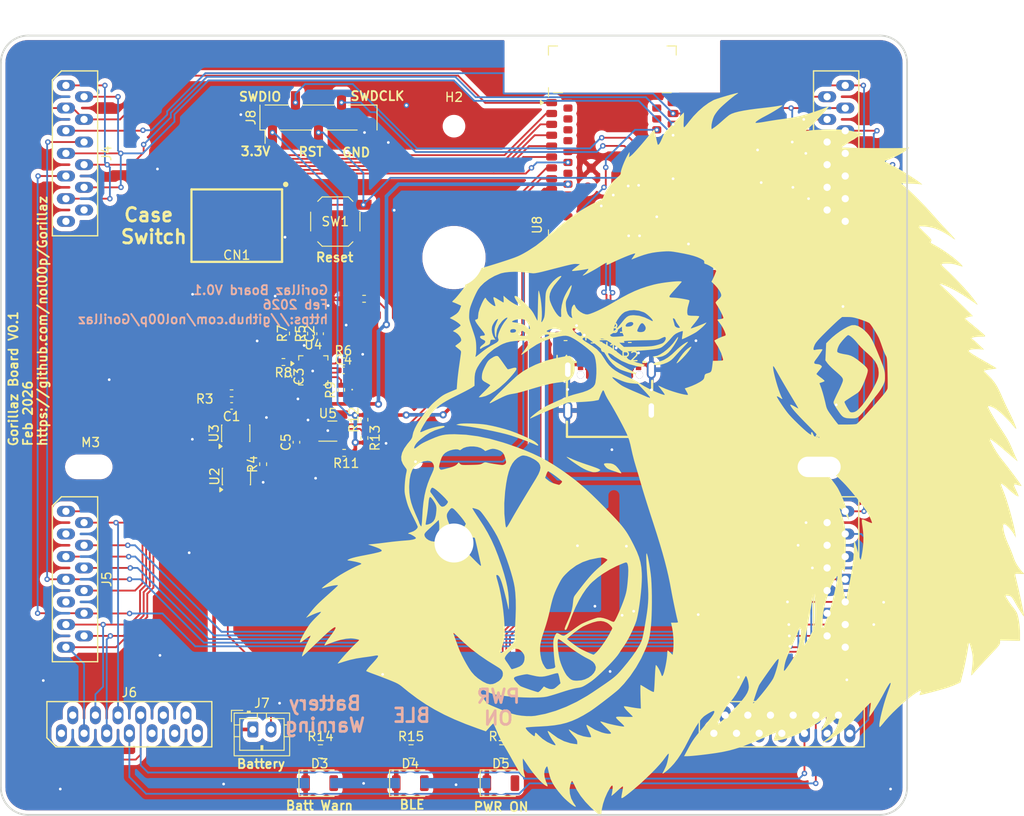
<source format=kicad_pcb>
(kicad_pcb (version 20241229) (generator "pcbnew") (generator_version "9.0")
  (layers (0 "F.Cu" signal) (2 "B.Cu" signal) (13 "F.Paste" user) (15 "B.Paste" user) (5 "F.SilkS" user "F.Silkscreen") (7 "B.SilkS" user "B.Silkscreen") (1 "F.Mask" user) (3 "B.Mask" user) (25 "Edge.Cuts" user))
  (net 0 "")
  (net 1 "Net-(U3-VDD)")
  (net 2 "Net-(D2-A)")
  (net 3 "Net-(D3-A)")
  (net 4 "Net-(D1-K)")
  (net 5 "GND")
  (net 6 "Net-(J7-Pin_2)")
  (net 27 "+5V")
  (net 28 "+VSW")
  (net 29 "+BATT")
  (net 30 "Net-(D4-A)")
  (net 32 "Net-(F1-Pad1)")
  (net 33 "row13")
  (net 34 "col5")
  (net 35 "row14")
  (net 36 "col4")
  (net 37 "row12")
  (net 38 "col3")
  (net 39 "col0")
  (net 40 "col2")
  (net 41 "col1")
  (net 42 "row7")
  (net 43 "row11")
  (net 44 "row10")
  (net 45 "row6")
  (net 46 "row9")
  (net 47 "row8")
  (net 48 "row0")
  (net 49 "row5")
  (net 50 "row4")
  (net 51 "row2")
  (net 52 "row1")
  (net 53 "row3")
  (net 56 "USB-D+")
  (net 57 "VBUS")
  (net 58 "Net-(J7-Pin_1)")
  (net 59 "USB-D-")
  (net 60 "col6")
  (net 61 "RST")
  (net 62 "SWDCLK")
  (net 63 "+3.3V")
  (net 64 "SWDIO")
  (net 65 "Net-(D5-A)")
  (net 66 "Net-(USB1-CC1)")
  (net 67 "Net-(USB1-CC2)")
  (net 68 "/TMR")
  (net 69 "/ILIM")
  (net 70 "Net-(U3-CSI)")
  (net 71 "Net-(U4-ISET)")
  (net 72 "SDA")
  (net 73 "SCL")
  (net 74 "Net-(U4-TS)")
  (net 75 "LED_NUM_LOCK")
  (net 76 "LED_POWER_ON")
  (net 77 "LED_BLE")
  (net 80 "Net-(U4-~{CHG})")
  (net 82 "Net-(U2-G2)")
  (net 83 "Net-(U2-G1)")
  (net 89 "ALERT")
  (net 103 "LED_BATT_WARN")
  (footprint "LED_SMD:LED_1206_3216Metric_ReverseMount_Hole1.8x2.4mm" (layer "F.Cu") (at 161.325 121.7)
    (property "Reference" "D5")
    (property "Value" "LED_SCR" (hide yes))
  )
  (footprint "Resistor_SMD:R_0402_1005Metric" (layer "F.Cu") (at 135.0875 86.5 90)
    (property "Reference" "R4")
    (property "Value" "1k")
  )
  (footprint "Package_TO_SOT_SMD:SOT-23-6" (layer "F.Cu") (at 132.0625 83.0875 90)
    (property "Reference" "U3")
    (property "Value" "DW01A" (hide yes))
  )
  (footprint "Package_DFN_QFN:VQFN-16-1EP_3x3mm_P0.5mm_EP1.6x1.6mm" (layer "F.Cu") (at 140.62372 76.147879)
    (property "Reference" "U4")
    (property "Value" "BQ24075" (hide yes))
  )
  (footprint "Resistor_SMD:R_0402_1005Metric" (layer "F.Cu") (at 143.94 75.15)
    (property "Reference" "R6")
    (property "Value" "1k5")
  )
  (footprint "Local:Molex_0039532135" (layer "F.Cu") (at 198.325 52.2 90)
    (property "Reference" "J1" (hide yes))
    (property "Value" "Conn_01x13")
  )
  (footprint "Fuse:Fuse_0603_1608Metric" (layer "F.Cu") (at 168.4625 72.35)
    (property "Reference" "F1")
    (property "Value" "750 mA")
  )
  (footprint "MountingHole:MountingHole_4.3mm_M4_Pad" (layer "F.Cu") (at 156.147792 95.2)
    (property "Reference" "H1")
    (property "Value" "mounting pad" (hide yes))
  )
  (footprint "Capacitor_SMD:C_0402_1005Metric" (layer "F.Cu") (at 143.9425 76.15)
    (property "Reference" "C4")
    (property "Value" "4u7")
  )
  (footprint "Local:Molex_0039532135" (layer "F.Cu") (at 198.325 99.2 90)
    (property "Reference" "J2")
    (property "Value" "Conn_01x13")
  )
  (footprint "MountingHole:MountingHole_2mm" (layer "F.Cu") (at 156.147792 49.2)
    (property "Reference" "H2")
    (property "Value" "mounting pad")
  )
  (footprint "Local:Molex_0039532135" (layer "F.Cu") (at 120.325 115.2)
    (property "Reference" "J6")
    (property "Value" "Conn_01x13")
  )
  (footprint "Resistor_SMD:R_0402_1005Metric" (layer "F.Cu") (at 171.44 73.5)
    (property "Reference" "R1")
    (property "Value" "5k1")
  )
  (footprint "Package_TO_SOT_SMD:SOT-23-6" (layer "F.Cu") (at 132.1375 87.8625 90)
    (property "Reference" "U2")
    (property "Value" "FS8205" (hide yes))
  )
  (footprint "Button_Switch_SMD:SW_SPST_SKQG_WithStem" (layer "F.Cu") (at 143.05 59.725)
    (property "Reference" "SW1")
    (property "Value" "RST")
  )
  (footprint "Package_TO_SOT_SMD:SOT-23-6" (layer "F.Cu") (at 173.2125 71.2 180)
    (property "Reference" "U1")
    (property "Value" "SRV05-4")
  )
  (footprint "Capacitor_SMD:C_0402_1005Metric" (layer "F.Cu") (at 138.7625 84.08 90)
    (property "Reference" "C5")
    (property "Value" "100n")
  )
  (footprint "Resistor_SMD:R_0402_1005Metric" (layer "F.Cu") (at 146.2625 81.59 90)
    (property "Reference" "R12")
    (property "Value" "5k1")
  )
  (footprint "Local:Molex_0039532135" (layer "F.Cu") (at 114.325 99.2 -90)
    (property "Reference" "J5")
    (property "Value" "Conn_01x13")
  )
  (footprint "Local:gorillaz2" (layer "F.Cu") (at 179.15 85.525)
    (property "Reference" "G***")
    (property "Value" "LOGO" (hide yes))
  )
  (footprint "Resistor_SMD:R_0805_2012Metric" (layer "F.Cu") (at 161.4125 118.2)
    (property "Reference" "R16")
    (property "Value" "10k")
  )
  (footprint "Mastarlib:nRF52840_moko_mk08" (layer "F.Cu") (at 173.625 51)
    (property "Reference" "U8")
    (property "Value" "nRF52840_moko_mk08")
  )
  (footprint "MountingHole:MountingHole_4.3mm_M4" (layer "F.Cu") (at 115.847792 86.8 180)
    (property "Reference" "M3")
    (property "Value" "MountingHole_4.3mm_M4")
  )
  (footprint "Inductor_SMD:L_0402_1005Metric" (layer "F.Cu") (at 168.165 73.875 180)
    (property "Reference" "L1")
    (property "Value" "BLM15PX121SN1D")
  )
  (footprint "Resistor_SMD:R_0402_1005Metric" (layer "F.Cu") (at 131.6025 78.675)
    (property "Reference" "R3")
    (property "Value" "100R")
  )
  (footprint "MountingHole:MountingHole_4.3mm_M4" (layer "F.Cu") (at 196.447792 86.8 180)
    (property "Reference" "M4")
    (property "Value" "MountingHole_4.3mm_M4")
  )
  (footprint "Local:Molex_0039532135" (layer "F.Cu") (at 192.325 115.2)
    (property "Reference" "J3")
    (property "Value" "Conn_01x13")
  )
  (footprint "Connector_PinHeader_2.54mm:PinHeader_1x05_P2.54mm_Vertical_SMD_Pin1Left" (layer "F.Cu") (at 141.195 48.245 90)
    (property "Reference" "J8")
    (property "Value" "Conn_01x05_MountingPin")
  )
  (footprint "Resistor_SMD:R_0402_1005Metric" (layer "F.Cu") (at 140.37372 72.095379 90)
    (property "Reference" "R5")
    (property "Value" "47k")
  )
  (footprint "Resistor_SMD:R_0402_1005Metric" (layer "F.Cu") (at 144.0275 85.25)
    (property "Reference" "R11")
    (property "Value" "5k1")
  )
  (footprint "Local:Molex_0039532135" (layer "F.Cu") (at 114.325 52.2 -90)
    (property "Reference" "J4")
    (property "Value" "Conn_01x13")
  )
  (footprint "Resistor_SMD:R_0402_1005Metric" (layer "F.Cu") (at 143.6875 78.3 90)
    (property "Reference" "R9")
    (property "Value" "1k5")
  )
  (footprint "LED_SMD:LED_1206_3216Metric_ReverseMount_Hole1.8x2.4mm" (layer "F.Cu") (at 151.325 121.7)
    (property "Reference" "D4")
    (property "Value" "LED_NUM" (hide yes))
  )
  (footprint "LED_SMD:LED_0402_1005Metric" (layer "F.Cu") (at 144.2275 68.25)
    (property "Reference" "D2" (hide yes))
    (property "Value" "pwr ON" (hide yes))
  )
  (footprint "Capacitor_SMD:C_0402_1005Metric" (layer "F.Cu") (at 137.875 76.825 -90)
    (property "Reference" "C3")
    (property "Value" "4u7")
  )
  (footprint "easyeda:USB-C-SMD_USB-310M-B-SU" (layer "F.Cu") (at 173.315 78.035)
    (property "Reference" "USB1")
    (property "Value" "USB-310M-B-SU")
  )
  (footprint "Resistor_SMD:R_0402_1005Metric" (layer "F.Cu") (at 146.2275 68.25)
    (property "Reference" "R10" (hide yes))
    (property "Value" "1k" (hide yes))
  )
  (footprint "easyeda:CONN-SMD_2P-P5.00_950-D-SMD-DS-02" (layer "F.Cu") (at 132.175 59.425 180)
    (property "Reference" "CN1")
    (property "Value" "950-D-SMD-DS/02")
  )
  (footprint "Mounting_Holes:MountingHole_6.4mm_M6" (layer "F.Cu") (at 156.147792 63.7 180)
    (property "Reference" "M1" (hide yes))
    (property "Value" "MountingHole_6.4mm_M6")
  )
  (footprint "Resistor_SMD:R_0805_2012Metric" (layer "F.Cu") (at 141.4125 118.2)
    (property "Reference" "R14")
    (property "Value" "10k")
  )
  (footprint "Resistor_SMD:R_0402_1005Metric" (layer "F.Cu") (at 175.55 73.45 180)
    (property "Reference" "R2")
    (property "Value" "5k1")
  )
  (footprint "LED_SMD:LED_1206_3216Metric_ReverseMount_Hole1.8x2.4mm" (layer "F.Cu") (at 141.325 121.7)
    (property "Reference" "D3")
    (property "Value" "LED_CAPS" (hide yes))
  )
  (footprint "Capacitor_SMD:C_0402_1005Metric" (layer "F.Cu") (at 131.6075 80.075 180)
    (property "Reference" "C1")
    (property "Value" "100n")
  )
  (footprint "Resistor_SMD:R_0402_1005Metric" (layer "F.Cu") (at 146.2625 83.61 -90)
    (property "Reference" "R13")
    (property "Value" "5k1")
  )
  (footprint "Resistor_SMD:R_0805_2012Metric" (layer "F.Cu") (at 151.4125 118.2)
    (property "Reference" "R15")
    (property "Value" "10k")
  )
  (footprint "Local:DFN-8-1EP_2x2mm_P0.5mm_EP0.7x1.3mm" (layer "F.Cu") (at 142.225 82.85)
    (property "Reference" "U5")
    (property "Value" "MAX17048")
  )
  (footprint "Resistor_SMD:R_0402_1005Metric" (layer "F.Cu") (at 137.3275 75.225 180)
    (property "Reference" "R8")
    (property "Value" "10k")
  )
  (footprint "Connector_JST:JST_PH_B2B-PH-K_1x02_P2.00mm_Vertical" (layer "F.Cu") (at 133.95 115.775)
    (property "Reference" "J7")
    (property "Value" "Battery")
  )
  (footprint "Capacitor_SMD:C_0402_1005Metric" (layer "F.Cu") (at 141.37372 72.105379 90)
    (property "Reference" "C2")
    (property "Value" "4u7")
  )
  (footprint "LED_SMD:LED_0402_1005Metric" (layer "F.Cu") (at 144.9125 79.36 -90)
    (property "Reference" "D1" (hide yes))
    (property "Value" "Charing" (hide yes))
  )
  (footprint "Resistor_SMD:R_0402_1005Metric" (layer "F.Cu") (at 138.37372 72.075379 90)
    (property "Reference" "R7")
    (property "Value" "3k9")
  )
  (gr_arc (start 203.147792 39.2) (mid 205.269118 40.078677) (end 206.147792 42.2) (stroke (width 0.2)) (layer "Edge.Cuts"))
  (gr_line (start 206.147792 122.2) (end 206.147792 42.2) (stroke (width 0.2)) (layer "Edge.Cuts"))
  (gr_arc (start 206.147792 122.2) (mid 205.269112 124.321318) (end 203.147792 125.2) (stroke (width 0.2)) (layer "Edge.Cuts"))
  (gr_arc (start 106.147792 42.2) (mid 107.026471 40.078677) (end 109.147792 39.2) (stroke (width 0.2)) (layer "Edge.Cuts"))
  (gr_arc (start 109.147792 125.2) (mid 107.026477 124.321318) (end 106.147792 122.2) (stroke (width 0.2)) (layer "Edge.Cuts"))
  (gr_line (start 106.147792 122.2) (end 106.147792 42.2) (stroke (width 0.2)) (layer "Edge.Cuts"))
  (gr_line (start 109.147792 39.2) (end 203.147792 39.2) (stroke (width 0.2)) (layer "Edge.Cuts"))
  (gr_line (start 203.147792 125.2) (end 109.147792 125.2) (stroke (width 0.2)) (layer "Edge.Cuts"))
  (gr_text "GND" (at 145.35 52.1 0) (layer "F.SilkS") (effects (font (size 1 1) (thickness 0.2) (bold yes))))
  (gr_text "PWR ON" (at 161.35 124.325 0) (layer "F.SilkS") (effects (font (size 1 1) (thickness 0.2) (bold yes))))
  (gr_text "3.3V" (at 134.25 51.975 0) (layer "F.SilkS") (effects (font (size 1 1) (thickness 0.2) (bold yes))))
  (gr_text "Battery" (at 134.85 119.575 0) (layer "F.SilkS") (effects (font (size 1 1) (thickness 0.2) (bold yes))))
  (gr_text "Case \nSwitch" (at 123.025 60.2 0) (layer "F.SilkS") (effects (font (size 1.5 1.5) (thickness 0.3))))
  (gr_text "Reset" (at 142.975 63.675 0) (layer "F.SilkS") (effects (font (size 1 1) (thickness 0.2) (bold yes))))
  (gr_text "BLE" (at 151.525 124.075 0) (layer "F.SilkS") (effects (font (size 1 1) (thickness 0.2) (bold yes))))
  (gr_text "Gorillaz Board V0.1\nFeb 2026\nhttps://github.com/nol00p/Gorillaz" (at 111.325 84.625 90) (layer "F.SilkS") (effects (font (size 1 1) (thickness 0.2) (bold yes)) (justify left bottom)))
  (gr_text "SWDCLK" (at 147.7 45.875 0) (layer "F.SilkS") (effects (font (size 1 1) (thickness 0.2) (bold yes))))
  (gr_text "Batt Warn" (at 141.3 124.175 0) (layer "F.SilkS") (effects (font (size 1 1) (thickness 0.2) (bold yes))))
  (gr_text "RST" (at 140.375 52.025 0) (layer "F.SilkS") (effects (font (size 1 1) (thickness 0.2) (bold yes))))
  (gr_text "SWDIO" (at 134.75 45.95 0) (layer "F.SilkS") (effects (font (size 1 1) (thickness 0.2) (bold yes))))
  (gr_text "BLE" (at 151.475 114.225 0) (layer "B.SilkS") (effects (font (size 1.5 1.5) (thickness 0.3)) (justify mirror)))
  (gr_text "Battery\nWarning" (at 141.9 114.1 0) (layer "B.SilkS") (effects (font (size 1.5 1.5) (thickness 0.3)) (justify mirror)))
  (gr_text "PWR\nON" (at 161.05 113.325 0) (layer "B.SilkS") (effects (font (size 1.5 1.5) (thickness 0.3)) (justify mirror)))
  (gr_text "Gorillaz Board V0.1\nFeb 2026\nhttps://github.com/nol00p/Gorillaz" (at 142.375 71.1 0) (layer "B.SilkS") (effects (font (size 1 1) (thickness 0.2) (bold yes)) (justify left bottom mirror)))
  (segment (start 132.0875 81.925) (end 132.0625 81.95) (width 0.2) (layer "F.Cu") (net 1))
  (segment (start 132.0875 80.075) (end 132.0875 78.7) (width 0.2) (layer "F.Cu") (net 1))
  (segment (start 132.0875 80.075) (end 132.0875 81.925) (width 0.2) (layer "F.Cu") (net 1))
  (segment (start 132.0875 78.7) (end 132.1125 78.675) (width 0.2) (layer "F.Cu") (net 1))
  (segment (start 145.7175 68.25) (end 144.7125 68.25) (width 0.2) (layer "F.Cu") (net 2))
  (segment (start 144.8475 78.81) (end 144.9125 78.875) (width 0.2) (layer "F.Cu") (net 4))
  (segment (start 143.6875 78.81) (end 144.8475 78.81) (width 0.2) (layer "F.Cu") (net 4))
  (segment (start 140.5125 82.1) (end 140.0375 81.625) (width 0.2) (layer "F.Cu") (net 5))
  (segment (start 140.7625 84.6) (end 140.7225 84.56) (width 0.2) (layer "F.Cu") (net 5))
  (segment (start 141.37372 71.625379) (end 141.37372 69.91122) (width 0.2) (layer "F.Cu") (net 5))
  (segment (start 139.87372 76.897879) (end 140.55455 76.21705) (width 0.2) (layer "F.Cu") (net 5))
  (segment (start 141.37372 69.91122) (end 141.3625 69.9) (width 0.2) (layer "F.Cu") (net 5))
  (segment (start 140.0375 73.4) (end 140.37372 73.73622) (width 0.2) (layer "F.Cu") (net 5))
  (segment (start 177.345 75.495) (end 177.925 76.075) (width 0.4) (layer "F.Cu") (net 5))
  (segment (start 168.705 78.25) (end 168.705 80.575) (width 0.4) (layer "F.Cu") (net 5))
  (segment (start 140.37372 74.710379) (end 140.37372 75.897879) (width 0.2) (layer "F.Cu") (net 5))
  (segment (start 176.515 75.495) (end 177.345 75.495) (width 0.4) (layer "F.Cu") (net 5))
  (segment (start 140.7225 84.56) (end 138.7625 84.56) (width 0.2) (layer "F.Cu") (net 5))
  (segment (start 139.18622 76.897879) (end 139.87372 76.897879) (width 0.2) (layer "F.Cu") (net 5))
  (segment (start 142.2625 69) (end 143.0125 68.25) (width 0.2) (layer "F.Cu") (net 5))
  (segment (start 177.925 76.075) (end 177.925 78.3) (width 0.4) (layer "F.Cu") (net 5))
  (segment (start 141.3625 69.9) (end 142.2625 69) (width 0.2) (layer "F.Cu") (net 5))
  (segment (start 141.2625 82.1) (end 140.5125 82.1) (width 0.2) (layer "F.Cu") (net 5))
  (segment (start 140.55455 76.21705) (end 140.62372 76.147879) (width 0.2) (layer "F.Cu") (net 5))
  (segment (start 177.925 78.3) (end 177.925 80.575) (width 0.4) (layer "F.Cu") (net 5))
  (segment (start 169.285 75.495) (end 168.705 76.075) (width 0.4) (layer "F.Cu") (net 5))
  (segment (start 141.2625 84.1) (end 140.7625 84.6) (width 0.2) (layer "F.Cu") (net 5))
  (segment (start 140.37372 75.897879) (end 140.62372 76.147879) (width 0.2) (layer "F.Cu") (net 5))
  (segment (start 141.2625 82.1) (end 141.665798 82.1) (width 0.2) (layer "F.Cu") (net 5))
  (segment (start 139.95 61.575) (end 146.15 61.575) (width 0.2) (layer "F.Cu") (net 5))
  (segment (start 135.0875 87.01) (end 135.0875 88.5) (width 0.2) (layer "F.Cu") (net 5))
  (segment (start 142.225 83.040798) (end 142.225 82.85) (width 0.2) (layer "F.Cu") (net 5))
  (segment (start 140.37372 74.710379) (end 140.37372 73.73622) (width 0.2) (layer "F.Cu") (net 5))
  (segment (start 176.515 73.905) (end 176.515 74.225) (width 0.4) (layer "F.Cu") (net 5))
  (segment (start 143.0125 68.25) (end 143.7425 68.25) (width 0.2) (layer "F.Cu") (net 5))
  (segment (start 139.87372 77.585379) (end 139.87372 76.897879) (width 0.2) (layer "F.Cu") (net 5))
  (segment (start 141.665798 82.1) (end 142.225 82.659202) (width 0.2) (layer "F.Cu") (net 5))
  (segment (start 141.665798 83.6) (end 142.225 83.040798) (width 0.2) (layer "F.Cu") (net 5))
  (segment (start 142.225 82.659202) (end 142.225 82.795) (width 0.2) (layer "F.Cu") (net 5))
  (segment (start 134.5875 89) (end 133.0875 89) (width 0.2) (layer "F.Cu") (net 5))
  (segment (start 141.32272 77.534379) (end 141.32272 76.846879) (width 0.2) (layer "F.Cu") (net 5))
  (segment (start 141.2625 83.6) (end 141.2625 84.1) (width 0.2) (layer "F.Cu") (net 5))
  (segment (start 142.475 83.1) (end 142.225 82.85) (width 0.2) (layer "F.Cu") (net 5))
  (segment (start 140.0375 73.4) (end 139.6125 73.4) (width 0.2) (layer "F.Cu") (net 5))
  (segment (start 142.225 82.795) (end 142.225 82.85) (width 0.2) (layer "F.Cu") (net 5))
  (segment (start 135.0875 88.5) (end 134.5875 89) (width 0.2) (layer "F.Cu") (net 5))
  (segment (start 170.115 75.495) (end 169.285 75.495) (width 0.4) (layer "F.Cu") (net 5))
  (segment (start 176.515 74.225) (end 176.515 75.495) (width 0.4) (layer "F.Cu") (net 5))
  (segment (start 141.32272 76.846879) (end 140.62372 76.147879) (width 0.2) (layer "F.Cu") (net 5))
  (segment (start 176.06 73.45) (end 176.515 73.905) (width 0.4) (layer "F.Cu") (net 5))
  (segment (start 141.2625 83.6) (end 141.665798 83.6) (width 0.2) (layer "F.Cu") (net 5))
  (segment (start 143.1875 83.1) (end 142.475 83.1) (width 0.2) (layer "F.Cu") (net 5))
  (segment (start 168.705 76.075) (end 168.705 78.25) (width 0.4) (layer "F.Cu") (net 5))
  (segment (start 141.37372 77.585379) (end 141.32272 77.534379) (width 0.2) (layer "F.Cu") (net 5))
  (via (at 136.9 112.875) (size 0.6) (drill 0.3) (layers "F.Cu" "B.Cu") (net 5))
  (via (at 135.45 81.35) (size 0.6) (drill 0.3) (layers "F.Cu" "B.Cu") (net 5))
  (via (at 112.7 122.35) (size 0.6) (drill 0.3) (layers "F.Cu" "B.Cu") (net 5))
  (via (at 149.55 58.475) (size 0.6) (drill 0.3) (layers "F.Cu" "B.Cu") (net 5))
  (via (at 127.275 83.75) (size 0.6) (drill 0.3) (layers "F.Cu" "B.Cu") (net 5))
  (via (at 123.425 53.925) (size 0.6) (drill 0.3) (layers "F.Cu" "B.Cu") (net 5))
  (via (at 148.65 84.2) (size 0.6) (drill 0.3) (layers "F.Cu" "B.Cu") (net 5))
  (via (at 199.5 110.3) (size 0.6) (drill 0.3) (layers "F.Cu" "B.Cu") (net 5))
  (via (at 126.925 96.275) (size 0.6) (drill 0.3) (layers "F.Cu" "B.Cu") (net 5))
  (via (at 182.025 62.2) (size 0.6) (drill 0.3) (layers "F.Cu" "B.Cu") (net 5))
  (via (at 123.7 107.6) (size 0.6) (drill 0.3) (layers "F.Cu" "B.Cu") (net 5))
  (via (at 134.425 72.9) (size 0.6) (drill 0.3) (layers "F.Cu" "B.Cu") (net 5))
  (via (at 142.2625 69) (size 0.6) (drill 0.3) (layers "F.Cu" "B.Cu") (net 5))
  (via (at 140.875 88.05) (size 0.6) (drill 0.3) (layers "F.Cu" "B.Cu") (net 5))
  (via (at 173.575 84.9) (size 0.6) (drill 0.3) (layers "F.Cu" "B.Cu") (net 5))
  (via (at 110.825 110.375) (size 0.6) (drill 0.3) (layers "F.Cu" "B.Cu") (net 5))
  (via (at 171.7 102.175) (size 0.6) (drill 0.3) (layers "F.Cu" "B.Cu") (net 5))
  (via (at 146.175 121.725) (size 0.6) (drill 0.3) (layers "F.Cu" "B.Cu") (net 5))
  (via (at 139.6125 73.4) (size 0.6) (drill 0.3) (layers "F.Cu" "B.Cu") (net 5))
  (via (at 182.85 72.875) (size 0.6) (drill 0.3) (layers "F.Cu" "B.Cu") (net 5))
  (via (at 142.225 82.795) (size 0.6) (drill 0.3) (layers "F.Cu" "B.Cu") (net 5))
  (via (at 132.625 47.925) (size 0.6) (drill 0.3) (layers "F.Cu" "B.Cu") (net 5))
  (via (at 170.525 72.25) (size 0.6) (drill 0.3) (layers "F.Cu" "B.Cu") (net 5))
  (via (at 137.5 61.45) (size 0.6) (drill 0.3) (layers "F.Cu" "B.Cu") (net 5))
  (via (at 148.275 109.7) (size 0.6) (drill 0.3) (layers "F.Cu" "B.Cu") (net 5))
  (via (at 136.4125 67.95) (size 0.6) (drill 0.3) (layers "F.Cu" "B.Cu") (net 5))
  (via (at 118.1 77.175) (size 0.6) (drill 0.3) (layers "F.Cu" "B.Cu") (net 5))
  (via (at 156.375 121.875) (size 0.6) (drill 0.3) (layers "F.Cu" "B.Cu") (net 5))
  (via (at 146.075 74.375) (size 0.6) (drill 0.3) (layers "F.Cu" "B.Cu") (net 5))
  (via (at 140.0375 81.625) (size 0.6) (drill 0.3) (layers "F.Cu" "B.Cu") (net 5))
  (via (at 135.0875 88.5) (size 0.6) (drill 0.3) (layers "F.Cu" "B.Cu") (net 5))
  (via (at 189.65 51.825) (size 0.6) (drill 0.3) (layers "F.Cu" "B.Cu") (net 5))
  (via (at 146.275 49.9) (size 0.6) (drill 0.3) (layers "F.Cu" "B.Cu") (net 5))
  (via (at 174.05 73.675) (size 0.6) (drill 0.3) (layers "F.Cu" "B.Cu") (net 5))
  (via (at 173.375 109.375) (size 0.6) (drill 0.3) (layers "F.Cu" "B.Cu") (net 5))
  (via (at 150.9 46.9) (size 0.6) (drill 0.3) (layers "F.Cu" "B.Cu") (net 5))
  (via (at 140.55455 76.21705) (size 0.6) (drill 0.3) (layers "F.Cu" "B.Cu") (net 5))
  (via (at 176.515 74.225) (size 0.6) (drill 0.3) (layers "F.Cu" "B.Cu") (net 5))
  (via (at 198.325 79.95) (size 0.6) (drill 0.3) (layers "F.Cu" "B.Cu") (net 5))
  (via (at 183.1 103.1) (size 0.6) (drill 0.3) (layers "F.Cu" "B.Cu") (net 5))
  (via (at 144.25 71.15) (size 0.6) (drill 0.3) (layers "F.Cu" "B.Cu") (net 5))
  (via (at 130.725 121.8) (size 0.6) (drill 0.3) (layers "F.Cu" "B.Cu") (net 5))
  (via (at 199.075 69.1) (size 0.6) (drill 0.3) (layers "F.Cu" "B.Cu") (net 5))
  (via (at 204.325 122.35) (size 0.6) (drill 0.3) (layers "F.Cu" "B.Cu") (net 5))
  (via (at 175.175 95.55) (size 0.6) (drill 0.3) (layers "F.Cu" "B.Cu") (net 5))
  (via (at 177.925 78.3) (size 0.6) (drill 0.3) (layers "F.Cu" "B.Cu") (net 5))
  (via (at 175.975 102.725) (size 0.6) (drill 0.3) (layers "F.Cu" "B.Cu") (net 5))
  (via (at 187.55 110) (size 0.6) (drill 0.3) (layers "F.Cu" "B.Cu") (net 5))
  (via (at 190.05 55.425) (size 0.6) (drill 0.3) (layers "F.Cu" "B.Cu") (net 5))
  (via (at 169.775 95.5) (size 0.6) (drill 0.3) (layers "F.Cu" "B.Cu") (net 5))
  (via (at 127.3 67.75) (size 0.6) (drill 0.3) (layers "F.Cu" "B.Cu") (net 5))
  (via (at 168.705 78.25) (size 0.6) (drill 0.3) (layers "F.Cu" "B.Cu") (net 5))
  (via (at 148.9 51) (size 0.6) (drill 0.3) (layers "F.Cu" "B.Cu") (net 5))
  (via (at 138.925 79.3) (size 0.6) (drill 0.3) (layers "F.Cu" "B.Cu") (net 5))
  (via (at 174.7 103.175) (size 0.6) (drill 0.3) (layers "F.Cu" "B.Cu") (net 5))
  (segment (start 131.1875 101.8625) (end 131.1875 101.7) (width 0.2) (layer "F.Cu") (net 6))
  (segment (start 131.1125 80.09) (end 131.1275 80.075) (width 0.2) (layer "F.Cu") (net 6))
  (segment (start 131.1125 81.95) (end 131.1125 80.09) (width 0.2) (layer "F.Cu") (net 6))
  (segment (start 131.1875 101.7) (end 131.1875 105.3875) (width 0.2) (layer "F.Cu") (net 6))
  (segment (start 130.5125 88.325) (end 130.5125 82.55) (width 0.2) (layer "F.Cu") (net 6))
  (segment (start 131.75 105.95) (end 135.95 110.15) (width 0.2) (layer "F.Cu") (net 6))
  (segment (start 131.1875 105.3875) (end 131.75 105.95) (width 0.2) (layer "F.Cu") (net 6))
  (segment (start 131.1875 89) (end 130.5125 88.325) (width 0.2) (layer "F.Cu") (net 6))
  (segment (start 131.1875 101.7) (end 131.1875 89) (width 0.2) (layer "F.Cu") (net 6))
  (segment (start 130.5125 82.55) (end 131.1125 81.95) (width 0.2) (layer "F.Cu") (net 6))
  (segment (start 131.75 105.925) (end 131.75 105.95) (width 0.2) (layer "F.Cu") (net 6))
  (segment (start 135.95 110.15) (end 135.95 115.775) (width 0.2) (layer "F.Cu") (net 6))
  (segment (start 141.37372 72.585379) (end 141.37372 74.710379) (width 0.4) (layer "F.Cu") (net 27))
  (segment (start 169.675 71.2) (end 172.075 71.2) (width 0.4) (layer "F.Cu") (net 27))
  (segment (start 169.25 72.35) (end 169.25 71.625) (width 0.4) (layer "F.Cu") (net 27))
  (segment (start 169.25 71.625) (end 169.675 71.2) (width 0.4) (layer "F.Cu") (net 27))
  (via (at 178.525 59.2) (size 0.6) (drill 0.3) (layers "F.Cu" "B.Cu") (net 27))
  (via (at 169.675 71.2) (size 0.6) (drill 0.3) (layers "F.Cu" "B.Cu") (net 27))
  (segment (start 185.475 61.475) (end 183.2 59.2) (width 0.4) (layer "B.Cu") (net 27))
  (segment (start 167.625 88.1) (end 183.475 88.1) (width 0.4) (layer "B.Cu") (net 27))
  (segment (start 185.475 86.05) (end 185.475 61.475) (width 0.4) (layer "B.Cu") (net 27))
  (segment (start 183.45 88.075) (end 185.475 86.05) (width 0.4) (layer "B.Cu") (net 27))
  (segment (start 166.375 71.9) (end 166.375 86.85) (width 0.4) (layer "B.Cu") (net 27))
  (segment (start 167.075 71.2) (end 166.375 71.9) (width 0.4) (layer "B.Cu") (net 27))
  (segment (start 183.2 59.2) (end 178.525 59.2) (width 0.4) (layer "B.Cu") (net 27))
  (segment (start 166.375 86.85) (end 167.625 88.1) (width 0.4) (layer "B.Cu") (net 27))
  (segment (start 183.475 88.1) (end 183.45 88.075) (width 0.4) (layer "B.Cu") (net 27))
  (segment (start 169.675 71.2) (end 167.075 71.2) (width 0.4) (layer "B.Cu") (net 27))
  (segment (start 148.6875 69.45) (end 147.4875 68.25) (width 0.2) (layer "F.Cu") (net 28))
  (segment (start 147.7825 79.845) (end 147.8125 79.875) (width 0.4) (layer "F.Cu") (net 28))
  (segment (start 144.9125 79.845) (end 147.7825 79.845) (width 0.4) (layer "F.Cu") (net 28))
  (segment (start 141.0075 79.845) (end 144.9125 79.845) (width 0.4) (layer "F.Cu") (net 28))
  (segment (start 147.4875 68.25) (end 146.7375 68.25) (width 0.2) (layer "F.Cu") (net 28))
  (segment (start 140.37372 77.585379) (end 140.37372 79.21122) (width 0.4) (layer "F.Cu") (net 28))
  (segment (start 148.6875 71.1) (end 148.6875 69.45) (width 0.2) (layer "F.Cu") (net 28))
  (segment (start 143.214621 76.397879) (end 143.4625 76.15) (width 0.2) (layer "F.Cu") (net 28))
  (segment (start 143.210379 75.897879) (end 143.4625 76.15) (width 0.2) (layer "F.Cu") (net 28))
  (segment (start 142.06122 75.897879) (end 143.210379 75.897879) (width 0.2) (layer "F.Cu") (net 28))
  (segment (start 140.37372 79.21122) (end 141.0075 79.845) (width 0.4) (layer "F.Cu") (net 28))
  (segment (start 142.06122 76.397879) (end 143.214621 76.397879) (width 0.2) (layer "F.Cu") (net 28))
  (via (at 148.6875 71.1) (size 0.8) (drill 0.4) (layers "F.Cu" "B.Cu") (net 28))
  (via (at 147.8125 79.875) (size 0.8) (drill 0.4) (layers "F.Cu" "B.Cu") (net 28))
  (via (at 168.725 55.6) (size 0.8) (drill 0.4) (layers "F.Cu" "B.Cu") (net 28))
  (segment (start 148.7 56.925) (end 148.7 71.0875) (width 0.4) (layer "B.Cu") (net 28))
  (segment (start 148.6375 71) (end 147.8125 71.825) (width 0.4) (layer "B.Cu") (net 28))
  (segment (start 148.7 71.0875) (end 148.6875 71.1) (width 0.4) (layer "B.Cu") (net 28))
  (segment (start 147.8125 71.825) (end 147.8125 79.875) (width 0.4) (layer "B.Cu") (net 28))
  (segment (start 168.725 55.6) (end 150.025 55.6) (width 0.4) (layer "B.Cu") (net 28))
  (segment (start 150.025 55.6) (end 148.7 56.925) (width 0.4) (layer "B.Cu") (net 28))
  (segment (start 139.18622 76.397879) (end 137.945379 76.397879) (width 0.2) (layer "F.Cu") (net 29))
  (segment (start 141.2625 82.6) (end 141.2625 83.1) (width 0.2) (layer "F.Cu") (net 29))
  (segment (start 131.0925 78.675) (end 131.0925 68.0275) (width 0.4) (layer "F.Cu") (net 29))
  (segment (start 131.0925 68.0275) (end 134.97 64.15) (width 0.4) (layer "F.Cu") (net 29))
  (segment (start 139.18622 75.897879) (end 138.279621 75.897879) (width 0.2) (layer "F.Cu") (net 29))
  (segment (start 137.945379 76.397879) (end 137.8625 76.315) (width 0.2) (layer "F.Cu") (net 29))
  (segment (start 138.279621 75.897879) (end 137.8625 76.315) (width 0.2) (layer "F.Cu") (net 29))
  (segment (start 140.2625 82.6) (end 139.7625 83.1) (width 0.4) (layer "F.Cu") (net 29))
  (segment (start 134.5375 76.625) (end 134.8175 76.345) (width 0.4) (layer "F.Cu") (net 29))
  (segment (start 134.97 64.15) (end 134.97 59.72) (width 0.4) (layer "F.Cu") (net 29))
  (segment (start 141.2625 83.1) (end 139.7625 83.1) (width 0.4) (layer "F.Cu") (net 29))
  (segment (start 134.5375 76.625) (end 138.7625 80.85) (width 0.4) (layer "F.Cu") (net 29))
  (segment (start 141.2625 82.6) (end 140.2625 82.6) (width 0.4) (layer "F.Cu") (net 29))
  (segment (start 132.4875 76.625) (end 131.4375 76.625) (width 0.4) (layer "F.Cu") (net 29))
  (segment (start 139.18622 75.897879) (end 139.18622 76.397879) (width 0.2) (layer "F.Cu") (net 29))
  (segment (start 139.2625 83.1) (end 138.7625 83.6) (width 0.4) (layer "F.Cu") (net 29))
  (segment (start 138.7625 80.85) (end 138.7625 83.6) (width 0.4) (layer "F.Cu") (net 29))
  (segment (start 132.4875 76.625) (end 134.5375 76.625) (width 0.4) (layer "F.Cu") (net 29))
  (segment (start 134.8175 76.345) (end 137.875 76.345) (width 0.4) (layer "F.Cu") (net 29))
  (segment (start 134.97 59.72) (end 134.675 59.425) (width 0.4) (layer "F.Cu") (net 29))
  (segment (start 132.9375 76.625) (end 132.4875 76.625) (width 0.4) (layer "F.Cu") (net 29))
  (segment (start 139.7625 83.1) (end 139.2625 83.1) (width 0.4) (layer "F.Cu") (net 29))
  (segment (start 167.68 73.875) (end 167.68 72.355) (width 0.4) (layer "F.Cu") (net 32))
  (segment (start 167.68 72.355) (end 167.675 72.35) (width 0.2) (layer "F.Cu") (net 32))
  (segment (start 199.325 47.2) (end 193.35 47.2) (width 0.2) (layer "F.Cu") (net 33))
  (segment (start 120.55 53.45) (end 121.125 52.875) (width 0.2) (layer "F.Cu") (net 33))
  (segment (start 113.325 57.2) (end 118.175 57.2) (width 0.2) (layer "F.Cu") (net 33))
  (segment (start 117.875 53.45) (end 120.55 53.45) (width 0.2) (layer "F.Cu") (net 33))
  (segment (start 193.35 47.2) (end 188.7 47.2) (width 0.2) (layer "F.Cu") (net 33))
  (segment (start 197.325 50.95) (end 193.475 50.95) (width 0.2) (layer "F.Cu") (net 33))
  (segment (start 121.9 52.1) (end 121.9 51.225) (width 0.2) (layer "F.Cu") (net 33))
  (segment (start 186.9 49) (end 180.325 49) (width 0.2) (layer "F.Cu") (net 33))
  (segment (start 113.325 44.7) (end 117.625 44.7) (width 0.2) (layer "F.Cu") (net 33))
  (segment (start 197.325 55.95) (end 193.55 55.95) (width 0.2) (layer "F.Cu") (net 33))
  (segment (start 188.7 47.2) (end 186.9 49) (width 0.2) (layer "F.Cu") (net 33))
  (segment (start 121.125 52.875) (end 121.9 52.1) (width 0.2) (layer "F.Cu") (net 33))
  (segment (start 115.325 53.45) (end 117.875 53.45) (width 0.2) (layer "F.Cu") (net 33))
  (via (at 121.9 51.225) (size 0.6) (drill 0.3) (layers "F.Cu" "B.Cu") (net 33))
  (via (at 117.875 53.45) (size 0.6) (drill 0.3) (layers "F.Cu" "B.Cu") (net 33))
  (via (at 193.55 55.95) (size 0.6) (drill 0.3) (layers "F.Cu" "B.Cu") (net 33))
  (via (at 118.175 57.2) (size 0.6) (drill 0.3) (layers "F.Cu" "B.Cu") (net 33))
  (via (at 193.35 47.2) (size 0.6) (drill 0.3) (layers "F.Cu" "B.Cu") (net 33))
  (via (at 117.625 44.7) (size 0.6) (drill 0.3) (layers "F.Cu" "B.Cu") (net 33))
  (via (at 193.475 50.95) (size 0.6) (drill 0.3) (layers "F.Cu" "B.Cu") (net 33))
  (via (at 180.325 49) (size 0.6) (drill 0.3) (layers "F.Cu" "B.Cu") (net 33))
  (segment (start 158.551 46.002) (end 156.3 43.751) (width 0.2) (layer "B.Cu") (net 33))
  (segment (start 117.625 53.2) (end 117.875 53.45) (width 0.2) (layer "B.Cu") (net 33))
  (segment (start 156.3 43.751) (end 128.8819 43.751) (width 0.2) (layer "B.Cu") (net 33))
  (segment (start 180.325 49) (end 177.327 46.002) (width 0.2) (layer "B.Cu") (net 33))
  (segment (start 193.55 55.95) (end 193.475 55.875) (width 0.2) (layer "B.Cu") (net 33))
  (segment (start 117.875 53.45) (end 118.175 53.75) (width 0.2) (layer "B.Cu") (net 33))
  (segment (start 117.625 44.7) (end 117.625 53.2) (width 0.2) (layer "B.Cu") (net 33))
  (segment (start 177.327 46.002) (end 158.551 46.002) (width 0.2) (layer "B.Cu") (net 33))
  (segment (start 124.899 47.7339) (end 124.899 48.226) (width 0.2) (layer "B.Cu") (net 33))
  (segment (start 118.175 53.75) (end 118.175 57.2) (width 0.2) (layer "B.Cu") (net 33))
  (segment (start 193.475 50.95) (end 193.475 47.325) (width 0.2) (layer "B.Cu") (net 33))
  (segment (start 193.475 55.875) (end 193.475 50.95) (width 0.2) (layer "B.Cu") (net 33))
  (segment (start 124.899 48.226) (end 121.9 51.225) (width 0.2) (layer "B.Cu") (net 33))
  (segment (start 193.475 47.325) (end 193.35 47.2) (width 0.2) (layer "B.Cu") (net 33))
  (segment (start 128.8819 43.751) (end 124.899 47.7339) (width 0.2) (layer "B.Cu") (net 33))
  (segment (start 121.025 119.1) (end 112.225 119.1) (width 0.2) (layer "F.Cu") (net 34))
  (segment (start 121.575 114.2) (end 121.575 118.55) (width 0.2) (layer "F.Cu") (net 34))
  (segment (start 113.325 47.2) (end 114.075 47.2) (width 0.2) (layer "F.Cu") (net 34))
  (segment (start 166.9 46.625) (end 159.6 46.625) (width 0.2) (layer "F.Cu") (net 34))
  (segment (start 124.125 43.625) (end 119.3 48.45) (width 0.2) (layer "F.Cu") (net 34))
  (segment (start 159.6 46.625) (end 156.6 43.625) (width 0.2) (layer "F.Cu") (net 34))
  (segment (start 121.575 118.55) (end 121.025 119.1) (width 0.2) (layer "F.Cu") (net 34))
  (segment (start 112.225 119.1) (end 107.925 114.8) (width 0.2) (layer "F.Cu") (net 34))
  (segment (start 156.6 43.625) (end 124.125 43.625) (width 0.2) (layer "F.Cu") (net 34))
  (segment (start 107.925 114.8) (end 107.925 110.35) (width 0.2) (layer "F.Cu") (net 34))
  (segment (start 107.525 109.95) (end 107.525 48.425) (width 0.2) (layer "F.Cu") (net 34))
  (segment (start 114.075 47.2) (end 115.325 48.45) (width 0.2) (layer "F.Cu") (net 34))
  (segment (start 108.75 47.2) (end 113.325 47.2) (width 0.2) (layer "F.Cu") (net 34))
  (segment (start 166.925 46.6) (end 166.9 46.625) (width 0.2) (layer "F.Cu") (net 34))
  (segment (start 107.925 110.35) (end 107.525 109.95) (width 0.2) (layer "F.Cu") (net 34))
  (segment (start 119.3 48.45) (end 115.325 48.45) (width 0.2) (layer "F.Cu") (net 34))
  (segment (start 194.825 116.2) (end 194.825 120.625) (width 0.2) (layer "F.Cu") (net 34))
  (segment (start 107.525 48.425) (end 108.75 47.2) (width 0.2) (layer "F.Cu") (net 34))
  (via (at 194.825 120.625) (size 0.6) (drill 0.3) (layers "F.Cu" "B.Cu") (net 34))
  (segment (start 122.426 120.524) (end 122.4 120.55) (width 0.2) (layer "B.Cu") (net 34))
  (segment (start 122.4 120.55) (end 121.575 119.725) (width 0.2) (layer "B.Cu") (net 34))
  (segment (start 194.825 120.625) (end 194.25 121.2) (width 0.2) (layer "B.Cu") (net 34))
  (segment (start 163.875 121.2) (end 163.875 121.06384) (width 0.2) (layer "B.Cu") (net 34))
  (segment (start 163.33516 120.524) (end 122.426 120.524) (width 0.2) (layer "B.Cu") (net 34))
  (segment (start 121.575 119.725) (end 121.575 114.2) (width 0.2) (layer "B.Cu") (net 34))
  (segment (start 163.875 121.06384) (end 163.33516 120.524) (width 0.2) (layer "B.Cu") (net 34))
  (segment (start 194.25 121.2) (end 163.875 121.2) (width 0.2) (layer "B.Cu") (net 34))
  (segment (start 188.075 48.45) (end 186.325 50.2) (width 0.2) (layer "F.Cu") (net 35))
  (segment (start 194.75 48.45) (end 188.075 48.45) (width 0.2) (layer "F.Cu") (net 35))
  (segment (start 115.325 45.95) (end 119.075 45.95) (width 0.2) (layer "F.Cu") (net 35))
  (segment (start 197.325 48.45) (end 194.75 48.45) (width 0.2) (layer "F.Cu") (net 35))
  (segment (start 199.325 52.2) (end 194.975 52.2) (width 0.2) (layer "F.Cu") (net 35))
  (segment (start 113.325 52.2) (end 119.375 52.2) (width 0.2) (layer "F.Cu") (net 35))
  (segment (start 115.325 55.95) (end 119.4 55.95) (width 0.2) (layer "F.Cu") (net 35))
  (segment (start 186.325 50.2) (end 180.325 50.2) (width 0.2) (layer "F.Cu") (net 35))
  (segment (start 199.325 57.2) (end 195.275 57.2) (width 0.2) (layer "F.Cu") (net 35))
  (via (at 195.275 57.2) (size 0.6) (drill 0.3) (layers "F.Cu" "B.Cu") (net 35))
  (via (at 180.325 50.2) (size 0.6) (drill 0.3) (layers "F.Cu" "B.Cu") (net 35))
  (via (at 119.375 52.2) (size 0.6) (drill 0.3) (layers "F.Cu" "B.Cu") (net 35))
  (via (at 194.75 48.45) (size 0.6) (drill 0.3) (layers "F.Cu" "B.Cu") (net 35))
  (via (at 119.4 55.95) (size 0.6) (drill 0.3) (layers "F.Cu" "B.Cu") (net 35))
  (via (at 194.975 52.2) (size 0.6) (drill 0.3) (layers "F.Cu" "B.Cu") (net 35))
  (via (at 119.075 45.95) (size 0.6) (drill 0.3) (layers "F.Cu" "B.Cu") (net 35))
  (segment (start 195.275 57.2) (end 194.975 56.9) (width 0.2) (layer "B.Cu") (net 35))
  (segment (start 119.375 52.2) (end 119.375 55.925) (width 0.2) (layer "B.Cu") (net 35))
  (segment (start 119.075 51.9) (end 119.375 52.2) (width 0.2) (layer "B.Cu") (net 35))
  (segment (start 121.8 52.2) (end 119.375 52.2) (width 0.2) (layer "B.Cu") (net 35))
  (segment (start 119.375 55.925) (end 119.4 55.95) (width 0.2) (layer "B.Cu") (net 35))
  (segment (start 176.528 46.403) (end 158.378 46.403) (width 0.2) (layer "B.Cu") (net 35))
  (segment (start 158.378 46.403) (end 156.127 44.152) (width 0.2) (layer "B.Cu") (net 35))
  (segment (start 129.048 44.152) (end 125.3 47.9) (width 0.2) (layer "B.Cu") (net 35))
  (segment (start 194.75 51.975) (end 194.975 52.2) (width 0.2) (layer "B.Cu") (net 35))
  (segment (start 156.127 44.152) (end 129.048 44.152) (width 0.2) (layer "B.Cu") (net 35))
  (segment (start 125.3 47.9) (end 125.3 48.7) (width 0.2) (layer "B.Cu") (net 35))
  (segment (start 194.975 56.9) (end 194.975 52.2) (width 0.2) (layer "B.Cu") (net 35))
  (segment (start 119.075 45.95) (end 119.075 51.9) (width 0.2) (layer "B.Cu") (net 35))
  (segment (start 194.75 48.45) (end 194.75 51.975) (width 0.2) (layer "B.Cu") (net 35))
  (segment (start 180.325 50.2) (end 176.528 46.403) (width 0.2) (layer "B.Cu") (net 35))
  (segment (start 125.3 48.7) (end 121.8 52.2) (width 0.2) (layer "B.Cu") (net 35))
  (segment (start 188.068 64.8292) (end 187.2908 64.052) (width 0.2) (layer "F.Cu") (net 36))
  (segment (start 113.325 54.7) (end 110.25 54.7) (width 0.2) (layer "F.Cu") (net 36))
  (segment (start 115.325 102.95) (end 110.2 102.95) (width 0.2) (layer "F.Cu") (net 36))
  (segment (start 190.924 103.8582) (end 190.924 96.4503) (width 0.2) (layer "F.Cu") (net 36))
  (segment (start 188.068 73.2876) (end 188.068 64.8292) (width 0.2) (layer "F.Cu") (net 36))
  (segment (start 193.325 106.7) (end 199.325 106.7) (width 0.2) (layer "F.Cu") (net 36))
  (segment (start 174.225 61.9) (end 174.225 61.3) (width 0.2) (layer "F.Cu") (net 36))
  (segment (start 191.225 104.1592) (end 190.924 103.8582) (width 0.2) (layer "F.Cu") (net 36))
  (segment (start 193.225 106.6) (end 192.1875 105.5625) (width 0.2) (layer "F.Cu") (net 36))
  (segment (start 187.2908 64.052) (end 176.377 64.052) (width 0.2) (layer "F.Cu") (net 36))
  (segment (start 188.021 93.5473) (end 188.021 73.3346) (width 0.2) (layer "F.Cu") (net 36))
  (segment (start 115.35 102.975) (end 120.35 102.975) (width 0.2) (layer "F.Cu") (net 36))
  (segment (start 188.021 73.3346) (end 188.068 73.2876) (width 0.2) (layer "F.Cu") (net 36))
  (segment (start 115.325 102.95) (end 115.35 102.975) (width 0.2) (layer "F.Cu") (net 36))
  (segment (start 190.924 96.4503) (end 188.021 93.5473) (width 0.2) (layer "F.Cu") (net 36))
  (segment (start 192.1875 105.5625) (end 192.1875 105.1375) (width 0.2) (layer "F.Cu") (net 36))
  (segment (start 176.377 64.052) (end 174.225 61.9) (width 0.2) (layer "F.Cu") (net 36))
  (segment (start 193.225 106.6) (end 193.325 106.7) (width 0.2) (layer "F.Cu") (net 36))
  (segment (start 191.225 104.175) (end 191.225 104.1592) (width 0.2) (layer "F.Cu") (net 36))
  (segment (start 192.1875 105.1375) (end 191.225 104.175) (width 0.2) (layer "F.Cu") (net 36))
  (via (at 193.225 106.6) (size 0.6) (drill 0.3) (layers "F.Cu" "B.Cu") (net 36))
  (via (at 120.35 102.975) (size 0.6) (drill 0.3) (layers "F.Cu" "B.Cu") (net 36))
  (via (at 110.2 102.95) (size 0.6) (drill 0.3) (layers "F.Cu" "B.Cu") (net 36))
  (via (at 110.25 54.7) (size 0.6) (drill 0.3) (layers "F.Cu" "B.Cu") (net 36))
  (segment (start 110.2 102.95) (end 110.2 54.75) (width 0.2) (layer "B.Cu") (net 36))
  (segment (start 110.2 54.75) (end 110.25 54.7) (width 0.2) (layer "B.Cu") (net 36))
  (segment (start 127.6 106.6) (end 123.975 102.975) (width 0.2) (layer "B.Cu") (net 36))
  (segment (start 193.225 106.6) (end 127.6 106.6) (width 0.2) (layer "B.Cu") (net 36))
  (segment (start 123.975 102.975) (end 120.35 102.975) (width 0.2) (layer "B.Cu") (net 36))
  (segment (start 113.325 49.7) (end 121.775 49.7) (width 0.2) (layer "F.Cu") (net 37))
  (segment (start 188.551 46.799) (end 188.5339 46.799) (width 0.2) (layer "F.Cu") (net 37))
  (segment (start 188.5339 46.799) (end 187.5329 47.8) (width 0.2) (layer "F.Cu") (net 37))
  (segment (start 197.325 45.95) (end 189.4 45.95) (width 0.2) (layer "F.Cu") (net 37))
  (segment (start 189.4 45.95) (end 188.551 46.799) (width 0.2) (layer "F.Cu") (net 37))
  (segment (start 187.5329 47.8) (end 180.325 47.8) (width 0.2) (layer "F.Cu") (net 37))
  (segment (start 121.775 49.7) (end 121.825 49.65) (width 0.2) (layer "F.Cu") (net 37))
  (via (at 180.325 47.8) (size 0.6) (drill 0.3) (layers "F.Cu" "B.Cu") (net 37))
  (via (at 121.825 49.65) (size 0.6) (drill 0.3) (layers "F.Cu" "B.Cu") (net 37))
  (segment (start 161.624 45.541836) (end 161.624 43.35) (width 0.2) (layer "B.Cu") (net 37))
  (segment (start 122.775 49.65) (end 121.825 49.65) (width 0.2) (layer "B.Cu") (net 37))
  (segment (start 128.7158 43.35) (end 124.498 47.5678) (width 0.2) (layer "B.Cu") (net 37))
  (segment (start 178.126 45.601) (end 161.683164 45.601) (width 0.2) (layer "B.Cu") (net 37))
  (segment (start 180.325 47.8) (end 178.126 45.601) (width 0.2) (layer "B.Cu") (net 37))
  (segment (start 161.683164 45.601) (end 161.624 45.541836) (width 0.2) (layer "B.Cu") (net 37))
  (segment (start 124.498 47.5678) (end 124.498 47.927) (width 0.2) (layer "B.Cu") (net 37))
  (segment (start 161.624 43.35) (end 128.7158 43.35) (width 0.2) (layer "B.Cu") (net 37))
  (segment (start 124.498 47.927) (end 122.775 49.65) (width 0.2) (layer "B.Cu") (net 37))
  (segment (start 192.2339 104.601) (end 191.325 103.6921) (width 0.2) (layer "F.Cu") (net 38))
  (segment (start 187.4569 63.651) (end 182.25 63.651) (width 0.2) (layer "F.Cu") (net 38))
  (segment (start 115.325 50.95) (end 111.325 50.95) (width 0.2) (layer "F.Cu") (net 38))
  (segment (start 193.15 105.45) (end 197.325 105.45) (width 0.2) (layer "F.Cu") (net 38))
  (segment (start 192.301 104.601) (end 192.2339 104.601) (width 0.2) (layer "F.Cu") (net 38))
  (segment (start 113.325 99.2) (end 111.25 99.2) (width 0.2) (layer "F.Cu") (net 38))
  (segment (start 179.576 63.651) (end 182.45 63.651) (width 0.2) (layer "F.Cu") (net 38))
  (segment (start 188.422 73.5007) (end 188.469 73.4537) (width 0.2) (layer "F.Cu") (net 38))
  (segment (start 191.325 96.2842) (end 188.422 93.3812) (width 0.2) (layer "F.Cu") (net 38))
  (segment (start 113.325 99.2) (end 120.35 99.2) (width 0.2) (layer "F.Cu") (net 38))
  (segment (start 188.422 93.3812) (end 188.422 73.5007) (width 0.2) (layer "F.Cu") (net 38))
  (segment (start 188.469 64.6631) (end 187.4569 63.651) (width 0.2) (layer "F.Cu") (net 38))
  (segment (start 188.469 73.4537) (end 188.469 64.6631) (width 0.2) (layer "F.Cu") (net 38))
  (segment (start 177.825 61.9) (end 179.576 63.651) (width 0.2) (layer "F.Cu") (net 38))
  (segment (start 193.15 105.45) (end 192.301 104.601) (width 0.2) (layer "F.Cu") (net 38))
  (segment (start 182.45 63.651) (end 182.425 63.651) (width 0.2) (layer "F.Cu") (net 38))
  (segment (start 177.825 61.3) (end 177.825 61.9) (width 0.2) (layer "F.Cu") (net 38))
  (segment (start 191.325 103.6921) (end 191.325 96.2842) (width 0.2) (layer "F.Cu") (net 38))
  (via (at 120.35 99.2) (size 0.6) (drill 0.3) (layers "F.Cu" "B.Cu") (net 38))
  (via (at 111.325 50.95) (size 0.6) (drill 0.3) (layers "F.Cu" "B.Cu") (net 38))
  (via (at 111.25 99.2) (size 0.6) (drill 0.3) (layers "F.Cu" "B.Cu") (net 38))
  (via (at 193.15 105.45) (size 0.6) (drill 0.3) (layers "F.Cu" "B.Cu") (net 38))
  (segment (start 111.325 50.95) (end 111.25 51.025) (width 0.2) (layer "B.Cu") (net 38))
  (segment (start 193.05 105.35) (end 192.725 105.35) (width 0.2) (layer "B.Cu") (net 38))
  (segment (start 128.549 106.199) (end 121.55 99.2) (width 0.2) (layer "B.Cu") (net 38))
  (segment (start 192.725 105.35) (end 191.876 106.199) (width 0.2) (layer "B.Cu") (net 38))
  (segment (start 121.55 99.2) (end 120.35 99.2) (width 0.2) (layer "B.Cu") (net 38))
  (segment (start 193.15 105.45) (end 193.05 105.35) (width 0.2) (layer "B.Cu") (net 38))
  (segment (start 191.876 106.199) (end 128.549 106.199) (width 0.2) (layer "B.Cu") (net 38))
  (segment (start 111.25 51.025) (end 111.25 99.2) (width 0.2) (layer "B.Cu") (net 38))
  (segment (start 199.325 44.7) (end 190.125 44.7) (width 0.2) (layer "F.Cu") (net 39))
  (segment (start 120.15 95.45) (end 115.325 95.45) (width 0.2) (layer "F.Cu") (net 39))
  (segment (start 189.2339 45.549) (end 188.3849 46.398) (width 0.2) (layer "F.Cu") (net 39))
  (segment (start 188.3678 46.398) (end 188.1658 46.6) (width 0.2) (layer "F.Cu") (net 39))
  (segment (start 188.1658 46.6) (end 180.325 46.6) (width 0.2) (layer "F.Cu") (net 39))
  (segment (start 189.276 45.549) (end 189.2339 45.549) (width 0.2) (layer "F.Cu") (net 39))
  (segment (start 199.325 44.7) (end 201.325 44.7) (width 0.2) (layer "F.Cu") (net 39))
  (segment (start 190.125 44.7) (end 189.276 45.549) (width 0.2) (layer "F.Cu") (net 39))
  (segment (start 188.3849 46.398) (end 188.3678 46.398) (width 0.2) (layer "F.Cu") (net 39))
  (segment (start 199.325 91.7) (end 201.4 91.7) (width 0.2) (layer "F.Cu") (net 39))
  (via (at 201.325 44.7) (size 0.6) (drill 0.3) (layers "F.Cu" "B.Cu") (net 39))
  (via (at 201.4 91.7) (size 0.6) (drill 0.3) (layers "F.Cu" "B.Cu") (net 39))
  (via (at 120.15 95.45) (size 0.6) (drill 0.3) (layers "F.Cu" "B.Cu") (net 39))
  (segment (start 201.4 75.3) (end 201.4 91.7) (width 0.2) (layer "B.Cu") (net 39))
  (segment (start 191.725 93.475) (end 191.725 103.6829) (width 0.2) (layer "B.Cu") (net 39))
  (segment (start 190.4119 104.996) (end 130.496 104.996) (width 0.2) (layer "B.Cu") (net 39))
  (segment (start 201.4 76) (end 201.4 75.3) (width 0.2) (layer "B.Cu") (net 39))
  (segment (start 201.325 44.7) (end 201.4 44.775) (width 0.2) (layer "B.Cu") (net 39))
  (segment (start 130.496 104.996) (end 120.95 95.45) (width 0.2) (layer "B.Cu") (net 39))
  (segment (start 191.725 103.6829) (end 190.4119 104.996) (width 0.2) (layer "B.Cu") (net 39))
  (segment (start 120.95 95.45) (end 120.15 95.45) (width 0.2) (layer "B.Cu") (net 39))
  (segment (start 193.5 91.7) (end 191.725 93.475) (width 0.2) (layer "B.Cu") (net 39))
  (segment (start 201.4 44.775) (end 201.4 75.3) (width 0.2) (layer "B.Cu") (net 39))
  (segment (start 199.325 91.7) (end 193.5 91.7) (width 0.2) (layer "B.Cu") (net 39))
  (segment (start 120.425 97.95) (end 115.325 97.95) (width 0.2) (layer "F.Cu") (net 40))
  (segment (start 187.3921 49.7) (end 186.4911 50.601) (width 0.2) (layer "F.Cu") (net 40))
  (segment (start 199.325 49.7) (end 187.3921 49.7) (width 0.2) (layer "F.Cu") (net 40))
  (segment (start 186.4911 50.601) (end 186.474 50.601) (width 0.2) (layer "F.Cu") (net 40))
  (segment (start 185.675 51.4) (end 180.325 51.4) (width 0.2) (layer "F.Cu") (net 40))
  (segment (start 199.325 104.2) (end 202.475 104.2) (width 0.2) (layer "F.Cu") (net 40))
  (segment (start 199.325 49.7) (end 202.825 49.7) (width 0.2) (layer "F.Cu") (net 40))
  (segment (start 186.474 50.601) (end 185.675 51.4) (width 0.2) (layer "F.Cu") (net 40))
  (segment (start 193.1 104.2) (end 199.325 104.2) (width 0.2) (layer "F.Cu") (net 40))
  (via (at 202.475 104.2) (size 0.6) (drill 0.3) (layers "F.Cu" "B.Cu") (net 40))
  (via (at 202.825 49.7) (size 0.6) (drill 0.3) (layers "F.Cu" "B.Cu") (net 40))
  (via (at 193.1 104.2) (size 0.6) (drill 0.3) (layers "F.Cu" "B.Cu") (net 40))
  (via (at 120.425 97.95) (size 0.6) (drill 0.3) (layers "F.Cu" "B.Cu") (net 40))
  (segment (start 202.475 104.2) (end 202.475 50.05) (width 0.2) (layer "B.Cu") (net 40))
  (segment (start 121.225 97.95) (end 120.425 97.95) (width 0.2) (layer "B.Cu") (net 40))
  (segment (start 192.375 104.2) (end 190.777 105.798) (width 0.2) (layer "B.Cu") (net 40))
  (segment (start 202.475 50.05) (end 202.825 49.7) (width 0.2) (layer "B.Cu") (net 40))
  (segment (start 129.073 105.798) (end 121.225 97.95) (width 0.2) (layer "B.Cu") (net 40))
  (segment (start 193.1 104.2) (end 192.375 104.2) (width 0.2) (layer "B.Cu") (net 40))
  (segment (start 190.777 105.798) (end 129.073 105.798) (width 0.2) (layer "B.Cu") (net 40))
  (segment (start 192.95 101.7) (end 199.325 101.7) (width 0.2) (layer "F.Cu") (net 41))
  (segment (start 120.25 96.7) (end 113.325 96.7) (width 0.2) (layer "F.Cu") (net 41))
  (segment (start 203.525 101.7) (end 203.5625 101.7375) (width 0.2) (layer "F.Cu") (net 41))
  (segment (start 197.325 53.45) (end 186.425 53.45) (width 0.2) (layer "F.Cu") (net 41))
  (segment (start 186.425 53.45) (end 185.575 52.6) (width 0.2) (layer "F.Cu") (net 41))
  (segment (start 185.575 52.6) (end 180.325 52.6) (width 0.2) (layer "F.Cu") (net 41))
  (segment (start 197.325 53.45) (end 204.55 53.45) (width 0.2) (layer "F.Cu") (net 41))
  (segment (start 199.325 101.7) (end 203.525 101.7) (width 0.2) (layer "F.Cu") (net 41))
  (via (at 204.55 53.45) (size 0.6) (drill 0.3) (layers "F.Cu" "B.Cu") (net 41))
  (via (at 192.95 101.7) (size 0.6) (drill 0.3) (layers "F.Cu" "B.Cu") (net 41))
  (via (at 120.25 96.7) (size 0.6) (drill 0.3) (layers "F.Cu" "B.Cu") (net 41))
  (via (at 203.5625 101.7375) (size 0.6) (drill 0.3) (layers "F.Cu" "B.Cu") (net 41))
  (segment (start 192.95 103.025) (end 190.578 105.397) (width 0.2) (layer "B.Cu") (net 41))
  (segment (start 203.6 90.975) (end 203.5625 91.0125) (width 0.2) (layer "B.Cu") (net 41))
  (segment (start 190.578 105.397) (end 129.672 105.397) (width 0.2) (layer "B.Cu") (net 41))
  (segment (start 203.5625 91.0125) (end 203.5625 101.7375) (width 0.2) (layer "B.Cu") (net 41))
  (segment (start 204.55 53.45) (end 204.55 54.975) (width 0.2) (layer "B.Cu") (net 41))
  (segment (start 203.6 55.925) (end 203.6 90.975) (width 0.2) (layer "B.Cu") (net 41))
  (segment (start 192.95 101.7) (end 192.95 103.025) (width 0.2) (layer "B.Cu") (net 41))
  (segment (start 129.672 105.397) (end 120.975 96.7) (width 0.2) (layer "B.Cu") (net 41))
  (segment (start 120.975 96.7) (end 120.25 96.7) (width 0.2) (layer "B.Cu") (net 41))
  (segment (start 204.55 54.975) (end 203.6 55.925) (width 0.2) (layer "B.Cu") (net 41))
  (segment (start 157.775 53.625) (end 157.753 53.603) (width 0.2) (layer "F.Cu") (net 42))
  (segment (start 124.678 91.6983) (end 122.176 94.2003) (width 0.2) (layer "F.Cu") (net 42))
  (segment (start 122.176 94.2003) (end 122.176 99.7911) (width 0.2) (layer "F.Cu") (net 42))
  (segment (start 157.753 53.603) (end 126.9233 53.603) (width 0.2) (layer "F.Cu") (net 42))
  (segment (start 164.4263 51.4) (end 162.2013 53.625) (width 0.2) (layer "F.Cu") (net 42))
  (segment (start 126.9233 53.603) (end 124.678 55.8483) (width 0.2) (layer "F.Cu") (net 42))
  (segment (start 162.2013 53.625) (end 157.775 53.625) (width 0.2) (layer "F.Cu") (net 42))
  (segment (start 120.325 104.2) (end 117.425 104.2) (width 0.2) (layer "F.Cu") (net 42))
  (segment (start 124.678 55.8483) (end 124.678 91.6983) (width 0.2) (layer "F.Cu") (net 42))
  (segment (start 122.176 99.7911) (end 121.5 100.4671) (width 0.2) (layer "F.Cu") (net 42))
  (segment (start 121.5 100.4671) (end 121.5 103.025) (width 0.2) (layer "F.Cu") (net 42))
  (segment (start 113.325 104.2) (end 117.425 104.2) (width 0.2) (layer "F.Cu") (net 42))
  (segment (start 166.925 51.4) (end 164.4263 51.4) (width 0.2) (layer "F.Cu") (net 42))
  (segment (start 121.5 103.025) (end 120.325 104.2) (width 0.2) (layer "F.Cu") (net 42))
  (via (at 117.425 104.2) (size 0.6) (drill 0.3) (layers "F.Cu" "B.Cu") (net 42))
  (segment (start 117.425 111.05) (end 116.575 111.9) (width 0.2) (layer "B.Cu") (net 42))
  (segment (start 117.425 104.2) (end 117.425 111.05) (width 0.2) (layer "B.Cu") (net 42))
  (segment (start 116.575 111.9) (end 116.575 114.2) (width 0.2) (layer "B.Cu") (net 42))
  (segment (start 126.7572 53.202) (end 124.277 55.6822) (width 0.2) (layer "F.Cu") (net 43))
  (segment (start 166.925 50.2) (end 165.0592 50.2) (width 0.2) (layer "F.Cu") (net 43))
  (segment (start 124.277 91.5322) (end 121.775 94.0342) (width 0.2) (layer "F.Cu") (net 43))
  (segment (start 121.775 94.0342) (end 121.775 99.625) (width 0.2) (layer "F.Cu") (net 43))
  (segment (start 165.0592 50.2) (end 162.0572 53.202) (width 0.2) (layer "F.Cu") (net 43))
  (segment (start 162.0572 53.202) (end 126.7572 53.202) (width 0.2) (layer "F.Cu") (net 43))
  (segment (start 124.277 55.6822) (end 124.277 91.5322) (width 0.2) (layer "F.Cu") (net 43))
  (segment (start 121.775 99.625) (end 120.95 100.45) (width 0.2) (layer "F.Cu") (net 43))
  (segment (start 120.95 100.45) (end 115.325 100.45) (width 0.2) (layer "F.Cu") (net 43))
  (segment (start 126.451 52.374) (end 123.475 55.35) (width 0.2) (layer "F.Cu") (net 44))
  (segment (start 122.95 91.7) (end 113.325 91.7) (width 0.2) (layer "F.Cu") (net 44))
  (segment (start 123.475 55.35) (end 123.475 91.2) (width 0.2) (layer "F.Cu") (net 44))
  (segment (start 129.9671 52.4) (end 129.9411 52.374) (width 0.2) (layer "F.Cu") (net 44))
  (segment (start 122.9625 91.7125) (end 122.95 91.7) (width 0.2) (layer "F.Cu") (net 44))
  (segment (start 161.725 52.4) (end 129.9671 52.4) (width 0.2) (layer "F.Cu") (net 44))
  (segment (start 123.475 91.2) (end 122.9625 91.7125) (width 0.2) (layer "F.Cu") (net 44))
  (segment (start 166.925 47.8) (end 166.325 47.8) (width 0.2) (layer "F.Cu") (net 44))
  (segment (start 166.325 47.8) (end 161.725 52.4) (width 0.2) (layer "F.Cu") (net 44))
  (segment (start 129.9411 52.374) (end 126.451 52.374) (width 0.2) (layer "F.Cu") (net 44))
  (segment (start 118.84605 106.7) (end 113.325 106.7) (width 0.2) (layer "F.Cu") (net 45))
  (segment (start 125.48 86.875) (end 125.48 92.0305) (width 0.2) (layer "F.Cu") (net 45))
  (segment (start 119.8082 105.851) (end 119.69505 105.851) (width 0.2) (layer "F.Cu") (net 45))
  (segment (start 122.302 100.7993) (end 122.302 103.3572) (width 0.2) (layer "F.Cu") (net 45))
  (segment (start 125.48 60.575) (end 125.48 86.875) (width 0.2) (layer "F.Cu") (net 45))
  (segment (start 126.40525 55.25525) (end 125.48 56.1805) (width 0.2) (layer "F.Cu") (net 45))
  (segment (start 122.302 103.3572) (end 119.8082 105.851) (width 0.2) (layer "F.Cu") (net 45))
  (segment (start 125.48 56.1805) (end 125.48 60.575) (width 0.2) (layer "F.Cu") (net 45))
  (segment (start 125.48 92.0305) (end 124.86775 92.64275) (width 0.2) (layer "F.Cu") (net 45))
  (segment (start 127.2335 54.427) (end 126.40525 55.25525) (width 0.2) (layer "F.Cu") (net 45))
  (segment (start 125.48 91.495) (end 125.48 92.0305) (width 0.2) (layer "F.Cu") (net 45))
  (segment (start 119.69505 105.851) (end 118.84605 106.7) (width 0.2) (layer "F.Cu") (net 45))
  (segment (start 164.073 54.427) (end 160.525 54.427) (width 0.2) (layer "F.Cu") (net 45))
  (segment (start 160.525 54.427) (end 127.2335 54.427) (width 0.2) (layer "F.Cu") (net 45))
  (segment (start 122.978 100.1233) (end 122.302 100.7993) (width 0.2) (layer "F.Cu") (net 45))
  (segment (start 125.48 92.0305) (end 122.978 94.5325) (width 0.2) (layer "F.Cu") (net 45))
  (segment (start 164.7 53.8) (end 164.073 54.427) (width 0.2) (layer "F.Cu") (net 45))
  (segment (start 122.978 94.5325) (end 122.978 100.1233) (width 0.2) (layer "F.Cu") (net 45))
  (via (at 164.7 53.8) (size 0.6) (drill 0.3) (layers "F.Cu" "B.Cu") (net 45))
  (via (at 168.725 53.2) (size 0.6) (drill 0.3) (layers "F.Cu" "B.Cu") (net 45))
  (segment (start 165.3 53.2) (end 164.7 53.8) (width 0.2) (layer "B.Cu") (net 45))
  (segment (start 113.5 106.7) (end 113.325 106.7) (width 0.2) (layer "B.Cu") (net 45))
  (segment (start 115.325 108.55) (end 115.3375 108.5375) (width 0.2) (layer "B.Cu") (net 45))
  (segment (start 168.725 53.2) (end 165.3 53.2) (width 0.2) (layer "B.Cu") (net 45))
  (segment (start 115.3375 108.5375) (end 113.5 106.7) (width 0.2) (layer "B.Cu") (net 45))
  (segment (start 115.325 116.2) (end 115.325 108.55) (width 0.2) (layer "B.Cu") (net 45))
  (segment (start 166.925 49) (end 165.6921 49) (width 0.2) (layer "F.Cu") (net 46))
  (segment (start 129.775 52.775) (end 126.6171 52.775) (width 0.2) (layer "F.Cu") (net 46))
  (segment (start 123.876 55.5161) (end 123.876 91.3661) (width 0.2) (layer "F.Cu") (net 46))
  (segment (start 165.6921 49) (end 161.8911 52.801) (width 0.2) (layer "F.Cu") (net 46))
  (segment (start 126.6171 52.775) (end 123.876 55.5161) (width 0.2) (layer "F.Cu") (net 46))
  (segment (start 129.801 52.801) (end 129.775 52.775) (width 0.2) (layer "F.Cu") (net 46))
  (segment (start 122.2921 92.95) (end 118.85 92.95) (width 0.2) (layer "F.Cu") (net 46))
  (segment (start 115.325 92.95) (end 118.85 92.95) (width 0.2) (layer "F.Cu") (net 46))
  (segment (start 161.8911 52.801) (end 129.801 52.801) (width 0.2) (layer "F.Cu") (net 46))
  (segment (start 123.876 91.3661) (end 122.2921 92.95) (width 0.2) (layer "F.Cu") (net 46))
  (via (at 118.85 92.95) (size 0.6) (drill 0.3) (layers "F.Cu" "B.Cu") (net 46))
  (segment (start 118.85 92.95) (end 119.075 93.175) (width 0.2) (layer "B.Cu") (net 46))
  (segment (start 119.075 93.175) (end 119.075 114.2) (width 0.2) (layer "B.Cu") (net 46))
  (segment (start 125.079 56.0144) (end 125.079 91.8644) (width 0.2) (layer "F.Cu") (net 47))
  (segment (start 121.901 103.1911) (end 119.6421 105.45) (width 0.2) (layer "F.Cu") (net 47))
  (segment (start 138.622 54.026) (end 138.6 54.004) (width 0.2) (layer "F.Cu") (net 47))
  (segment (start 122.577 94.3664) (end 122.577 99.9572) (width 0.2) (layer "F.Cu") (net 47))
  (segment (start 162.3674 54.026) (end 138.622 54.026) (width 0.2) (layer "F.Cu") (net 47))
  (segment (start 127.0894 54.004) (end 125.079 56.0144) (width 0.2) (layer "F.Cu") (net 47))
  (segment (start 115.325 105.45) (end 118.225 105.45) (width 0.2) (layer "F.Cu") (net 47))
  (segment (start 166.925 52.6) (end 163.7934 52.6) (width 0.2) (layer "F.Cu") (net 47))
  (segment (start 125.079 91.8644) (end 122.577 94.3664) (width 0.2) (layer "F.Cu") (net 47))
  (segment (start 138.6 54.004) (end 127.0894 54.004) (width 0.2) (layer "F.Cu") (net 47))
  (segment (start 121.901 100.6332) (end 121.901 103.1911) (width 0.2) (layer "F.Cu") (net 47))
  (segment (start 119.6421 105.45) (end 118.225 105.45) (width 0.2) (layer "F.Cu") (net 47))
  (segment (start 122.577 99.9572) (end 121.901 100.6332) (width 0.2) (layer "F.Cu") (net 47))
  (segment (start 163.7934 52.6) (end 162.3674 54.026) (width 0.2) (layer "F.Cu") (net 47))
  (via (at 118.225 105.45) (size 0.6) (drill 0.3) (layers "F.Cu" "B.Cu") (net 47))
  (segment (start 117.825 116.2) (end 117.825 105.85) (width 0.2) (layer "B.Cu") (net 47))
  (segment (start 117.825 105.85) (end 118.225 105.45) (width 0.2) (layer "B.Cu") (net 47))
  (segment (start 195.376 99.601) (end 195.2089 99.601) (width 0.2) (layer "F.Cu") (net 48))
  (segment (start 188.87 64.497) (end 187.623 63.25) (width 0.2) (layer "F.Cu") (net 48))
  (segment (start 195.2089 99.601) (end 188.823 93.2151) (width 0.2) (layer "F.Cu") (net 48))
  (segment (start 179.025 62.325) (end 179.025 61.3) (width 0.2) (layer "F.Cu") (net 48))
  (segment (start 188.87 73.6198) (end 188.87 64.497) (width 0.2) (layer "F.Cu") (net 48))
  (segment (start 188.823 93.2151) (end 188.823 73.6668) (width 0.2) (layer "F.Cu") (net 48))
  (segment (start 187.623 63.25) (end 179.95 63.25) (width 0.2) (layer "F.Cu") (net 48))
  (segment (start 196.225 100.45) (end 195.376 99.601) (width 0.2) (layer "F.Cu") (net 48))
  (segment (start 197.325 100.45) (end 196.225 100.45) (width 0.2) (layer "F.Cu") (net 48))
  (segment (start 188.823 73.6668) (end 188.87 73.6198) (width 0.2) (layer "F.Cu") (net 48))
  (segment (start 179.95 63.25) (end 179.025 62.325) (width 0.2) (layer "F.Cu") (net 48))
  (segment (start 191.75 92.95) (end 195 92.95) (width 0.2) (layer "F.Cu") (net 49))
  (segment (start 181.05 53.8) (end 190.875 63.625) (width 0.2) (layer "F.Cu") (net 49))
  (segment (start 190.875 71.9559) (end 190.877 71.9579) (width 0.2) (layer "F.Cu") (net 49))
  (segment (start 197.325 92.95) (end 195 92.95) (width 0.2) (layer "F.Cu") (net 49))
  (segment (start 190.877 71.9579) (end 190.877 88.65) (width 0.2) (layer "F.Cu") (net 49))
  (segment (start 190.875 63.625) (end 190.875 71.9559) (width 0.2) (layer "F.Cu") (net 49))
  (segment (start 190.877 88.4836) (end 190.877 88.65) (width 0.2) (layer "F.Cu") (net 49))
  (segment (start 180.325 53.8) (end 181.05 53.8) (width 0.2) (layer "F.Cu") (net 49))
  (segment (start 190.877 88.65) (end 190.877 92.077) (width 0.2) (layer "F.Cu") (net 49))
  (segment (start 190.877 92.077) (end 191.75 92.95) (width 0.2) (layer "F.Cu") (net 49))
  (via (at 195 92.95) (size 0.6) (drill 0.3) (layers "F.Cu" "B.Cu") (net 49))
  (segment (start 197.325 111.125) (end 195 108.8) (width 0.2) (layer "B.Cu") (net 49))
  (segment (start 197.325 116.2) (end 197.325 111.125) (width 0.2) (layer "B.Cu") (net 49))
  (segment (start 195 108.8) (end 195 92.95) (width 0.2) (layer "B.Cu") (net 49))
  (segment (start 190.474 63.8326) (end 188.2874 61.646) (width 0.2) (layer "F.Cu") (net 50))
  (segment (start 185.7973 61.646) (end 182.47565 58.32435) (width 0.2) (layer "F.Cu") (net 50))
  (segment (start 190.476 92.276) (end 192.4 94.2) (width 0.2) (layer "F.Cu") (net 50))
  (segment (start 182.47565 58.236586) (end 180.439064 56.2) (width 0.2) (layer "F.Cu") (net 50))
  (segment (start 190.476 88.6497) (end 190.476 92.276) (width 0.2) (layer "F.Cu") (net 50))
  (segment (start 192.4 94.2) (end 199.325 94.2) (width 0.2) (layer "F.Cu") (net 50))
  (segment (start 190.476 72.25) (end 190.476 72.124) (width 0.2) (layer "F.Cu") (net 50))
  (segment (start 188.2874 61.646) (end 185.7973 61.646) (width 0.2) (layer "F.Cu") (net 50))
  (segment (start 190.474 64.325) (end 190.474 63.8326) (width 0.2) (layer "F.Cu") (net 50))
  (segment (start 190.474 72.248) (end 190.474 64.325) (width 0.2) (layer "F.Cu") (net 50))
  (segment (start 182.47565 58.32435) (end 182.47565 58.236586) (width 0.2) (layer "F.Cu") (net 50))
  (segment (start 180.439064 56.2) (end 180.325 56.2) (width 0.2) (layer "F.Cu") (net 50))
  (segment (start 190.476 88.6497) (end 190.476 72.25) (width 0.2) (layer "F.Cu") (net 50))
  (segment (start 190.476 72.25) (end 190.474 72.248) (width 0.2) (layer "F.Cu") (net 50))
  (segment (start 201.1 94.2) (end 199.325 94.2) (width 0.2) (layer "B.Cu") (net 50))
  (segment (start 201.875 94.975) (end 201.1 94.2) (width 0.2) (layer "B.Cu") (net 50))
  (segment (start 200.375 116.2) (end 201.875 114.7) (width 0.2) (layer "B.Cu") (net 50))
  (segment (start 201.875 114.7) (end 201.875 94.975) (width 0.2) (layer "B.Cu") (net 50))
  (segment (start 199.825 116.2) (end 200.375 116.2) (width 0.2) (layer "B.Cu") (net 50))
  (segment (start 189.625 88.9329) (end 189.625 74.525) (width 0.2) (layer "F.Cu") (net 51))
  (segment (start 189.672 74.478) (end 189.672 64.1648) (width 0.2) (layer "F.Cu") (net 51))
  (segment (start 189.625 74.525) (end 189.625 73.999) (width 0.2) (layer "F.Cu") (net 51))
  (segment (start 197.325 97.95) (end 195.7 97.95) (width 0.2) (layer "F.Cu") (net 51))
  (segment (start 189.625 74.525) (end 189.672 74.478) (width 0.2) (layer "F.Cu") (net 51))
  (segment (start 189.672 64.1648) (end 187.9552 62.448) (width 0.2) (layer "F.Cu") (net 51))
  (segment (start 181.6171 58.6) (end 180.325 58.6) (width 0.2) (layer "F.Cu") (net 51))
  (segment (start 189.625 88.9329) (end 189.625 92.7) (width 0.2) (layer "F.Cu") (net 51))
  (segment (start 194.875 97.95) (end 195.7 97.95) (width 0.2) (layer "F.Cu") (net 51))
  (segment (start 189.625 92.7) (end 194.875 97.95) (width 0.2) (layer "F.Cu") (net 51))
  (segment (start 185.4651 62.448) (end 181.6171 58.6) (width 0.2) (layer "F.Cu") (net 51))
  (segment (start 187.9552 62.448) (end 185.4651 62.448) (width 0.2) (layer "F.Cu") (net 51))
  (via (at 195.7 97.95) (size 0.6) (drill 0.3) (layers "F.Cu" "B.Cu") (net 51))
  (segment (start 195.575 108.725) (end 195.575 98.675) (width 0.2) (layer "B.Cu") (net 51))
  (segment (start 195.7 97.95) (end 195.7 98.55) (width 0.2) (layer "B.Cu") (net 51))
  (segment (start 195.575 108.725) (end 198.575 111.725) (width 0.2) (layer "B.Cu") (net 51))
  (segment (start 198.575 114.2) (end 198.575 111.725) (width 0.2) (layer "B.Cu") (net 51))
  (segment (start 195.7 98.55) (end 195.575 98.675) (width 0.2) (layer "B.Cu") (net 51))
  (segment (start 182.25 59.8) (end 180.325 59.8) (width 0.2) (layer "F.Cu") (net 52))
  (segment (start 185.299 62.849) (end 182.25 59.8) (width 0.2) (layer "F.Cu") (net 52))
  (segment (start 187.7891 62.849) (end 185.299 62.849) (width 0.2) (layer "F.Cu") (net 52))
  (segment (start 189.3375 93.1625) (end 195.375 99.2) (width 0.2) (layer "F.Cu") (net 52))
  (segment (start 189.271 64.3309) (end 187.7891 62.849) (width 0.2) (layer "F.Cu") (net 52))
  (segment (start 189.224 73.8329) (end 189.271 73.7859) (width 0.2) (layer "F.Cu") (net 52))
  (segment (start 195.375 99.2) (end 199.325 99.2) (width 0.2) (layer "F.Cu") (net 52))
  (segment (start 189.224 75.5) (end 189.224 74.925) (width 0.2) (layer "F.Cu") (net 52))
  (segment (start 189.224 93.049) (end 189.224 75.5) (width 0.2) (layer "F.Cu") (net 52))
  (segment (start 189.224 75.5) (end 189.224 73.8329) (width 0.2) (layer "F.Cu") (net 52))
  (segment (start 189.224 93.049) (end 189.3375 93.1625) (width 0.2) (layer "F.Cu") (net 52))
  (segment (start 189.271 73.7859) (end 189.271 64.3309) (width 0.2) (layer "F.Cu") (net 52))
  (segment (start 190.073 73.823) (end 190.073 63.9987) (width 0.2) (layer "F.Cu") (net 53))
  (segment (start 197.325 95.45) (end 194.125 95.45) (width 0.2) (layer "F.Cu") (net 53))
  (segment (start 190.026 88.7668) (end 190.026 88.801) (width 0.2) (layer "F.Cu") (net 53))
  (segment (start 190.075 73.825) (end 190.073 73.823) (width 0.2) (layer "F.Cu") (net 53))
  (segment (start 190.026 88.801) (end 190.075 88.85) (width 0.2) (layer "F.Cu") (net 53))
  (segment (start 180.9842 57.4) (end 180.325 57.4) (width 0.2) (layer "F.Cu") (net 53))
  (segment (start 185.6312 62.047) (end 180.9842 57.4) (width 0.2) (layer "F.Cu") (net 53))
  (segment (start 188.1213 62.047) (end 187.547 62.047) (width 0.2) (layer "F.Cu") (net 53))
  (segment (start 190.075 88.975) (end 190.075 92.575) (width 0.2) (layer "F.Cu") (net 53))
  (segment (start 188.1213 62.047) (end 185.6312 62.047) (width 0.2) (layer "F.Cu") (net 53))
  (segment (start 190.075 92.575) (end 192.95 95.45) (width 0.2) (layer "F.Cu") (net 53))
  (segment (start 190.073 63.9987) (end 188.1213 62.047) (width 0.2) (layer "F.Cu") (net 53))
  (segment (start 190.075 88.975) (end 190.075 73.825) (width 0.2) (layer "F.Cu") (net 53))
  (segment (start 190.075 88.85) (end 190.075 88.975) (width 0.2) (layer "F.Cu") (net 53))
  (segment (start 190.075 73.825) (end 190.075 72.975) (width 0.2) (layer "F.Cu") (net 53))
  (segment (start 192.95 95.45) (end 194.125 95.45) (width 0.2) (layer "F.Cu") (net 53))
  (via (at 194.125 95.45) (size 0.6) (drill 0.3) (layers "F.Cu" "B.Cu") (net 53))
  (segment (start 194.15 95.475) (end 194.15 111.125) (width 0.2) (layer "B.Cu") (net 53))
  (segment (start 194.125 95.45) (end 194.15 95.475) (width 0.2) (layer "B.Cu") (net 53))
  (segment (start 194.15 111.125) (end 191.075 114.2) (width 0.2) (layer "B.Cu") (net 53))
  (segment (start 173.25 74.325) (end 173.765 74.325) (width 0.2) (layer "F.Cu") (net 56))
  (segment (start 173.065 74.51) (end 173.25 74.325) (width 0.2) (layer "F.Cu") (net 56))
  (segment (start 173.765 74.325) (end 174.065 74.625) (width 0.2) (layer "F.Cu") (net 56))
  (segment (start 173.437501 73.997501) (end 173.437501 73.062499) (width 0.2) (layer "F.Cu") (net 56))
  (segment (start 173.437501 73.062499) (end 174.3375 72.1625) (width 0.2) (layer "F.Cu") (net 56))
  (segment (start 178.525 56.8) (end 177.1 56.8) (width 0.2) (layer "F.Cu") (net 56))
  (segment (start 173.065 75.495) (end 173.065 74.51) (width 0.2) (layer "F.Cu") (net 56))
  (segment (start 174.065 75.495) (end 174.065 74.625) (width 0.2) (layer "F.Cu") (net 56))
  (segment (start 178.525 56.8) (end 173.725 56.8) (width 0.2) (layer "F.Cu") (net 56))
  (segment (start 174.3375 72.1625) (end 174.35 72.15) (width 0.2) (layer "F.Cu") (net 56))
  (segment (start 173.65 67.650001) (end 173.425001 67.875) (width 0.2) (layer "F.Cu") (net 56))
  (segment (start 173.876 71.701) (end 174.3375 72.1625) (width 0.2) (layer "F.Cu") (net 56))
  (segment (start 173.425001 71.438047) (end 173.687954 71.701) (width 0.2) (layer "F.Cu") (net 56))
  (segment (start 173.65 67.575) (end 173.65 67.650001) (width 0.2) (layer "F.Cu") (net 56))
  (segment (start 173.687954 71.701) (end 173.876 71.701) (width 0.2) (layer "F.Cu") (net 56))
  (segment (start 173.425001 67.875) (end 173.425001 71.438047) (width 0.2) (layer "F.Cu") (net 56))
  (segment (start 174.065 74.625) (end 173.437501 73.997501) (width 0.2) (layer "F.Cu") (net 56))
  (via (at 173.725 56.8) (size 0.6) (drill 0.3) (layers "F.Cu" "B.Cu") (net 56))
  (via (at 173.65 67.575) (size 0.6) (drill 0.3) (layers "F.Cu" "B.Cu") (net 56))
  (segment (start 173.375001 58.6) (end 173.375001 58.468197) (width 0.2) (layer "B.Cu") (net 56))
  (segment (start 173.375001 58.6) (end 173.375001 57.149999) (width 0.2) (layer "B.Cu") (net 56))
  (segment (start 173.65 67.575) (end 173.375001 67.300001) (width 0.2) (layer "B.Cu") (net 56))
  (segment (start 173.375001 57.149999) (end 173.725 56.8) (width 0.2) (layer "B.Cu") (net 56))
  (segment (start 173.375001 67.300001) (end 173.375001 58.6) (width 0.2) (layer "B.Cu") (net 56))
  (segment (start 170.022 73.875) (end 168.65 73.875) (width 0.4) (layer "F.Cu") (net 57))
  (segment (start 171.475 77.45) (end 170.915 76.89) (width 0.4) (layer "F.Cu") (net 57))
  (segment (start 170.915 76.89) (end 170.915 74.768) (width 0.4) (layer "F.Cu") (net 57))
  (segment (start 175.075 77.45) (end 171.475 77.45) (width 0.4) (layer "F.Cu") (net 57))
  (segment (start 170.915 74.768) (end 170.022 73.875) (width 0.4) (layer "F.Cu") (net 57))
  (segment (start 175.715 76.81) (end 175.075 77.45) (width 0.4) (layer "F.Cu") (net 57))
  (segment (start 175.715 75.495) (end 175.715 76.81) (width 0.4) (layer "F.Cu") (net 57))
  (segment (start 129.675 59.425) (end 129.675 113.7) (width 0.4) (layer "F.Cu") (net 58))
  (segment (start 131.75 115.775) (end 133.95 115.775) (width 0.4) (layer "F.Cu") (net 58))
  (segment (start 130.325 114.35) (end 131.75 115.775) (width 0.4) (layer "F.Cu") (net 58))
  (segment (start 129.675 113.7) (end 130.325 114.35) (width 0.4) (layer "F.Cu") (net 58))
  (segment (start 172.875 76.575) (end 172.565 76.265) (width 0.2) (layer "F.Cu") (net 59))
  (segment (start 172.565 76.265) (end 172.565 75.495) (width 0.2) (layer "F.Cu") (net 59))
  (segment (start 178.525 58) (end 177.2 58) (width 0.2) (layer "F.Cu") (net 59))
  (segment (start 172.075 72.15) (end 172.524 71.701) (width 0.2) (layer "F.Cu") (net 59))
  (segment (start 172.565 75.495) (end 172.565 74.41) (width 0.2) (layer "F.Cu") (net 59))
  (segment (start 172.565 74.41) (end 172.987499 73.987501) (width 0.2) (layer "F.Cu") (net 59))
  (segment (start 172.974999 67.818197) (end 172.690901 67.534099) (width 0.2) (layer "F.Cu") (net 59))
  (segment (start 178.525 58) (end 172.4 58) (width 0.2) (layer "F.Cu") (net 59))
  (segment (start 173.362 76.575) (end 172.875 76.575) (width 0.2) (layer "F.Cu") (net 59))
  (segment (start 173.565 75.495) (end 173.565 76.372) (width 0.2) (layer "F.Cu") (net 59))
  (segment (start 173.565 76.372) (end 173.362 76.575) (width 0.2) (layer "F.Cu") (net 59))
  (segment (start 172.987499 73.987501) (end 172.987499 73.062499) (width 0.2) (layer "F.Cu") (net 59))
  (segment (start 172.737046 71.701) (end 172.974999 71.463047) (width 0.2) (layer "F.Cu") (net 59))
  (segment (start 172.987499 73.062499) (end 172.075 72.15) (width 0.2) (layer "F.Cu") (net 59))
  (segment (start 172.974999 71.463047) (end 172.974999 67.818197) (width 0.2) (layer "F.Cu") (net 59))
  (segment (start 172.524 71.701) (end 172.737046 71.701) (width 0.2) (layer "F.Cu") (net 59))
  (via (at 172.690901 67.534099) (size 0.6) (drill 0.3) (layers "F.Cu" "B.Cu") (net 59))
  (via (at 172.4 58) (size 0.6) (drill 0.3) (layers "F.Cu" "B.Cu") (net 59))
  (segment (start 172.4 58) (end 172.549999 58) (width 0.2) (layer "B.Cu") (net 59))
  (segment (start 172.690901 67.534099) (end 172.924999 67.300001) (width 0.2) (layer "B.Cu") (net 59))
  (segment (start 172.924999 67.300001) (end 172.924999 58.375) (width 0.2) (layer "B.Cu") (net 59))
  (segment (start 172.549999 58) (end 172.924999 58.375) (width 0.2) (layer "B.Cu") (net 59))
  (segment (start 190.523 104.0243) (end 190.523 96.6164) (width 0.2) (layer "F.Cu") (net 60))
  (segment (start 175.578 64.453) (end 182 64.453) (width 0.2) (layer "F.Cu") (net 60))
  (segment (start 192.976057 107.201) (end 191.7865 106.011443) (width 0.2) (layer "F.Cu") (net 60))
  (segment (start 173.025 61.9) (end 175.578 64.453) (width 0.2) (layer "F.Cu") (net 60))
  (segment (start 190.824 104.3411) (end 190.824 104.3253) (width 0.2) (layer "F.Cu") (net 60))
  (segment (start 194.425 107.2) (end 194.25 107.2) (width 0.2) (layer "F.Cu") (net 60))
  (segment (start 194.249 107.201) (end 192.976057 107.201) (width 0.2) (layer "F.Cu") (net 60))
  (segment (start 191.7865 106.011443) (end 191.7865 105.3036) (width 0.2) (layer "F.Cu") (net 60))
  (segment (start 191.7865 105.3036) (end 190.824 104.3411) (width 0.2) (layer "F.Cu") (net 60))
  (segment (start 173.025 61.3) (end 173.025 61.9) (width 0.2) (layer "F.Cu") (net 60))
  (segment (start 187.62 93.7134) (end 187.62 73.1685) (width 0.2) (layer "F.Cu") (net 60))
  (segment (start 187.667 64.9953) (end 187.1247 64.453) (width 0.2) (layer "F.Cu") (net 60))
  (segment (start 196.075 114.2) (end 196.075 108.85) (width 0.2) (layer "F.Cu") (net 60))
  (segment (start 196.075 108.85) (end 194.425 107.2) (width 0.2) (layer "F.Cu") (net 60))
  (segment (start 190.824 104.3253) (end 190.523 104.0243) (width 0.2) (layer "F.Cu") (net 60))
  (segment (start 182 64.453) (end 182.35 64.453) (width 0.2) (layer "F.Cu") (net 60))
  (segment (start 187.667 73.1215) (end 187.667 64.9953) (width 0.2) (layer "F.Cu") (net 60))
  (segment (start 194.25 107.2) (end 194.249 107.201) (width 0.2) (layer "F.Cu") (net 60))
  (segment (start 196.075 114.2) (end 196.075 121.725) (width 0.2) (layer "F.Cu") (net 60))
  (segment (start 187.62 73.1685) (end 187.667 73.1215) (width 0.2) (layer "F.Cu") (net 60))
  (segment (start 190.523 96.6164) (end 187.62 93.7134) (width 0.2) (layer "F.Cu") (net 60))
  (segment (start 187.1247 64.453) (end 182 64.453) (width 0.2) (layer "F.Cu") (net 60))
  (via (at 196.075 121.725) (size 0.6) (drill 0.3) (layers "F.Cu" "B.Cu") (net 60))
  (segment (start 122.176 122.876) (end 120.325 121.025) (width 0.2) (layer "B.Cu") (net 60))
  (segment (start 120.325 121.025) (end 120.325 116.2) (width 0.2) (layer "B.Cu") (net 60))
  (segment (start 196.075 121.725) (end 164.48616 121.725) (width 0.2) (layer "B.Cu") (net 60))
  (segment (start 163.33516 122.876) (end 122.176 122.876) (width 0.2) (layer "B.Cu") (net 60))
  (segment (start 164.48616 121.725) (end 163.33516 122.876) (width 0.2) (layer "B.Cu") (net 60))
  (segment (start 139.95 57.875) (end 146.15 57.875) (width 0.2) (layer "F.Cu") (net 61))
  (via (at 146.15 57.875) (size 0.6) (drill 0.3) (layers "F.Cu" "B.Cu") (net 61))
  (via (at 141.195 49.9) (size 0.6) (drill 0.3) (layers "F.Cu" "B.Cu") (net 61))
  (via (at 180.325 55) (size 0.6) (drill 0.3) (layers "F.Cu" "B.Cu") (net 61))
  (segment (start 146.15 54.355) (end 146.15 57.875) (width 0.2) (layer "B.Cu") (net 61))
  (segment (start 180.325 55) (end 180.224 54.899) (width 0.2) (layer "B.Cu") (net 61))
  (segment (start 141.695 49.9) (end 141.195 49.9) (width 0.2) (layer "B.Cu") (net 61))
  (segment (start 142.185 50.39) (end 146.15 54.355) (width 0.2) (layer "B.Cu") (net 61))
  (segment (start 142.185 50.39) (end 141.695 49.9) (width 0.2) (layer "B.Cu") (net 61))
  (segment (start 149.126 54.899) (end 146.15 57.875) (width 0.2) (layer "B.Cu") (net 61))
  (segment (start 180.224 54.899) (end 149.126 54.899) (width 0.2) (layer "B.Cu") (net 61))
  (segment (start 175.375 55.8) (end 175.375 51.8) (width 0.2) (layer "F.Cu") (net 62))
  (segment (start 174.95 51.375) (end 172.575 51.375) (width 0.2) (layer "F.Cu") (net 62))
  (segment (start 175.375 51.8) (end 174.95 51.375) (width 0.2) (layer "F.Cu") (net 62))
  (via (at 175.425 61.3) (size 0.6) (drill 0.3) (layers "F.Cu" "B.Cu") (net 62))
  (via (at 172.575 51.375) (size 0.6) (drill 0.3) (layers "F.Cu" "B.Cu") (net 62))
  (via (at 143.735 46.59) (size 0.6) (drill 0.3) (layers "F.Cu" "B.Cu") (net 62))
  (via (at 175.375 55.8) (size 0.6) (drill 0.3) (layers "F.Cu" "B.Cu") (net 62))
  (segment (start 175.425 61.3) (end 175.425 55.85) (width 0.2) (layer "B.Cu") (net 62))
  (segment (start 171.9 52.05) (end 151.9089 52.05) (width 0.2) (layer "B.Cu") (net 62))
  (segment (start 172.575 51.375) (end 171.9 52.05) (width 0.2) (layer "B.Cu") (net 62))
  (segment (start 146.925 47.65) (end 145.865 46.59) (width 0.2) (layer "B.Cu") (net 62))
  (segment (start 175.425 55.85) (end 175.375 55.8) (width 0.2) (layer "B.Cu") (net 62))
  (segment (start 145.865 46.59) (end 143.735 46.59) (width 0.2) (layer "B.Cu") (net 62))
  (segment (start 150.69195 50.83305) (end 151.9089 52.05) (width 0.2) (layer "B.Cu") (net 62))
  (segment (start 151.1 51.2411) (end 150.69195 50.83305) (width 0.2) (layer "B.Cu") (net 62))
  (segment (start 150.69195 50.83305) (end 147.5089 47.65) (width 0.2) (layer "B.Cu") (net 62))
  (segment (start 147.5089 47.65) (end 146.925 47.65) (width 0.2) (layer "B.Cu") (net 62))
  (segment (start 145.2825 84.12) (end 145.2625 84.1) (width 0.4) (layer "F.Cu") (net 63))
  (segment (start 144.8125 85.295) (end 145.2625 84.845) (width 0.4) (layer "F.Cu") (net 63))
  (segment (start 163.775 58.55) (end 163.775 71.975) (width 0.4) (layer "F.Cu") (net 63))
  (segment (start 144.4575 85.295) (end 144.8125 85.295) (width 0.4) (layer "F.Cu") (net 63))
  (segment (start 166.125 56.2) (end 164.8 57.525) (width 0.4) (layer "F.Cu") (net 63))
  (segment (start 164.8 57.525) (end 163.775 58.55) (width 0.4) (layer "F.Cu") (net 63))
  (segment (start 150.72 81.08) (end 150.75 81.05) (width 0.4) (layer "F.Cu") (net 63))
  (segment (start 163.775 72.225) (end 154.95 81.05) (width 0.4) (layer "F.Cu") (net 63))
  (segment (start 146.2625 84.12) (end 145.2825 84.12) (width 0.4) (layer "F.Cu") (net 63))
  (segment (start 145.2825 81.08) (end 145.2625 81.1) (width 0.4) (layer "F.Cu") (net 63))
  (segment (start 145.2625 84.845) (end 145.2625 84.1) (width 0.4) (layer "F.Cu") (net 63))
  (segment (start 166.925 56.2) (end 166.125 56.2) (width 0.4) (layer "F.Cu") (net 63))
  (segment (start 146.2625 81.08) (end 145.2825 81.08) (width 0.4) (layer "F.Cu") (net 63))
  (segment (start 146.2625 81.08) (end 150.72 81.08) (width 0.4) (layer "F.Cu") (net 63))
  (segment (start 163.775 71.975) (end 163.775 72.225) (width 0.4) (layer "F.Cu") (net 63))
  (via (at 145.2625 81.1) (size 0.8) (drill 0.4) (layers "F.Cu" "B.Cu") (net 63))
  (via (at 145.2625 84.1) (size 0.8) (drill 0.4) (layers "F.Cu" "B.Cu") (net 63))
  (via (at 150.875 81.075) (size 0.8) (drill 0.4) (layers "F.Cu" "B.Cu") (net 63))
  (via (at 154.95 81.05) (size 0.8) (drill 0.4) (layers "F.Cu" "B.Cu") (net 63))
  (via (at 136.115 49.9) (size 0.6) (drill 0.3) (layers "F.Cu" "B.Cu") (net 63))
  (segment (start 154.95 81.05) (end 150.9 81.05) (width 0.4) (layer "B.Cu") (net 63))
  (segment (start 136.275 49.9) (end 136.115 49.9) (width 0.2) (layer "B.Cu") (net 63))
  (segment (start 150.9 81.05) (end 150.875 81.075) (width 0.4) (layer "B.Cu") (net 63))
  (segment (start 137.0125 50.6375) (end 136.275 49.9) (width 0.2) (layer "B.Cu") (net 63))
  (segment (start 144.575 81.1) (end 145.2625 81.1) (width 0.2) (layer "B.Cu") (net 63))
  (segment (start 145.2625 81.1) (end 145.2625 84.1) (width 0.4) (layer "B.Cu") (net 63))
  (segment (start 137.0125 50.6375) (end 143.3 56.925) (width 0.2) (layer "B.Cu") (net 63))
  (segment (start 143.3 79.825) (end 144.575 81.1) (width 0.2) (layer "B.Cu") (net 63))
  (segment (start 143.3 56.925) (end 143.3 79.825) (width 0.2) (layer "B.Cu") (net 63))
  (segment (start 136.315 49.94) (end 137.0125 50.6375) (width 0.2) (layer "B.Cu") (net 63))
  (segment (start 172.45 50.475) (end 172.375 50.55) (width 0.2) (layer "F.Cu") (net 64))
  (segment (start 176.525 51.475) (end 175.525 50.475) (width 0.2) (layer "F.Cu") (net 64))
  (segment (start 176.525 55.725) (end 176.525 51.475) (width 0.2) (layer "F.Cu") (net 64))
  (segment (start 175.525 50.475) (end 172.45 50.475) (width 0.2) (layer "F.Cu") (net 64))
  (via (at 172.45 50.475) (size 0.6) (drill 0.3) (layers "F.Cu" "B.Cu") (net 64))
  (via (at 176.525 55.725) (size 0.6) (drill 0.3) (layers "F.Cu" "B.Cu") (net 64))
  (via (at 138.655 46.59) (size 0.6) (drill 0.3) (layers "F.Cu" "B.Cu") (net 64))
  (via (at 176.625 61.3) (size 0.6) (drill 0.3) (layers "F.Cu" "B.Cu") (net 64))
  (segment (start 172.35 50.475) (end 171.176 51.649) (width 0.2) (layer "B.Cu") (net 64))
  (segment (start 176.625 55.825) (end 176.525 55.725) (width 0.2) (layer "B.Cu") (net 64))
  (segment (start 139.722 44.553) (end 138.655 45.62) (width 0.2) (layer "B.Cu") (net 64))
  (segment (start 172.45 50.475) (end 172.35 50.475) (width 0.2) (layer "B.Cu") (net 64))
  (segment (start 152.075 51.649) (end 144.979 44.553) (width 0.2) (layer "B.Cu") (net 64))
  (segment (start 171.176 51.649) (end 152.075 51.649) (width 0.2) (layer "B.Cu") (net 64))
  (segment (start 138.655 45.62) (end 138.655 46.59) (width 0.2) (layer "B.Cu") (net 64))
  (segment (start 144.979 44.553) (end 139.722 44.553) (width 0.2) (layer "B.Cu") (net 64))
  (segment (start 176.625 61.3) (end 176.625 55.825) (width 0.2) (layer "B.Cu") (net 64))
  (segment (start 172.065 75.495) (end 172.065 73.615) (width 0.2) (layer "F.Cu") (net 66))
  (segment (start 172.065 73.615) (end 171.95 73.5) (width 0.2) (layer "F.Cu") (net 66))
  (segment (start 175.065 73.475) (end 175.04 73.45) (width 0.2) (layer "F.Cu") (net 67))
  (segment (start 175.065 75.495) (end 175.065 73.475) (width 0.2) (layer "F.Cu") (net 67))
  (segment (start 140.87372 73.085379) (end 140.37372 72.585379) (width 0.2) (layer "F.Cu") (net 68))
  (segment (start 140.87372 74.710379) (end 140.87372 73.085379) (width 0.2) (layer "F.Cu") (net 68))
  (segment (start 142.06122 75.397879) (end 143.044621 75.397879) (width 0.2) (layer "F.Cu") (net 69))
  (segment (start 143.044621 75.397879) (end 143.2175 75.225) (width 0.2) (layer "F.Cu") (net 69))
  (segment (start 132.3375 83.075) (end 134.2125 83.075) (width 0.2) (layer "F.Cu") (net 70))
  (segment (start 135.0875 83.95) (end 135.0875 85.99) (width 0.2) (layer "F.Cu") (net 70))
  (segment (start 132.0625 84.225) (end 132.0625 83.35) (width 0.2) (layer "F.Cu") (net 70))
  (segment (start 134.2125 83.075) (end 135.0875 83.95) (width 0.2) (layer "F.Cu") (net 70))
  (segment (start 132.0625 83.35) (end 132.3375 83.075) (width 0.2) (layer "F.Cu") (net 70))
  (segment (start 139.87372 74.710379) (end 139.74872 74.585379) (width 0.2) (layer "F.Cu") (net 71))
  (segment (start 139.37372 74.585379) (end 138.37372 73.585379) (width 0.2) (layer "F.Cu") (net 71))
  (segment (start 138.37372 73.585379) (end 138.37372 72.585379) (width 0.2) (layer "F.Cu") (net 71))
  (segment (start 139.74872 74.585379) (end 139.37372 74.585379) (width 0.2) (layer "F.Cu") (net 71))
  (segment (start 162.2 71.1) (end 162.175 71.125) (width 0.2) (layer "F.Cu") (net 72))
  (segment (start 162.2 70.5) (end 162.2 70.775) (width 0.2) (layer "F.Cu") (net 72))
  (segment (start 146.2625 82.1) (end 148.225 82.1) (width 0.2) (layer "F.Cu") (net 72))
  (segment (start 162.2 71.1) (end 162.2 70.5) (width 0.2) (layer "F.Cu") (net 72))
  (segment (start 148.225 82.1) (end 151.2 82.1) (width 0.2) (layer "F.Cu") (net 72))
  (segment (start 166.375 53.8) (end 162.2 57.975) (width 0.2) (layer "F.Cu") (net 72))
  (segment (start 154.4375 78.8625) (end 162.2 71.1) (width 0.2) (layer "F.Cu") (net 72))
  (segment (start 166.925 53.8) (end 166.375 53.8) (width 0.2) (layer "F.Cu") (net 72))
  (segment (start 143.1875 82.1) (end 146.2625 82.1) (width 0.2) (layer "F.Cu") (net 72))
  (segment (start 148.225 82.1) (end 148.4875 82.1) (width 0.2) (layer "F.Cu") (net 72))
  (segment (start 151.2 82.1) (end 154.4375 78.8625) (width 0.2) (layer "F.Cu") (net 72))
  (segment (start 162.2 57.975) (end 162.2 71.1) (width 0.2) (layer "F.Cu") (net 72))
  (segment (start 145.7625 82.6) (end 146.2625 83.1) (width 0.2) (layer "F.Cu") (net 73))
  (segment (start 165.7421 55) (end 162.601 58.1411) (width 0.2) (layer "F.Cu") (net 73))
  (segment (start 166.925 55) (end 165.7421 55) (width 0.2) (layer "F.Cu") (net 73))
  (segment (start 162.601 71.2661) (end 160.6921 73.175) (width 0.2) (layer "F.Cu") (net 73))
  (segment (start 146.2625 83.1) (end 150.7671 83.1) (width 0.2) (layer "F.Cu") (net 73))
  (segment (start 150.7671 83.1) (end 160.6921 73.175) (width 0.2) (layer "F.Cu") (net 73))
  (segment (start 143.1875 82.6) (end 145.7625 82.6) (width 0.2) (layer "F.Cu") (net 73))
  (segment (start 162.601 58.1411) (end 162.601 71.2661) (width 0.2) (layer "F.Cu") (net 73))
  (segment (start 139.18622 75.397879) (end 138.010379 75.397879) (width 0.2) (layer "F.Cu") (net 74))
  (segment (start 138.010379 75.397879) (end 137.8375 75.225) (width 0.2) (layer "F.Cu") (net 74))
  (segment (start 162.325 118.2) (end 162.325 105.45) (width 0.2) (layer "F.Cu") (net 76))
  (segment (start 163.4 104.375) (end 163.525 104.25) (width 0.2) (layer "F.Cu") (net 76))
  (segment (start 165.7 102.075) (end 165.7 68.025) (width 0.2) (layer "F.Cu") (net 76))
  (segment (start 165.7 68.025) (end 170.625 63.1) (width 0.2) (layer "F.Cu") (net 76))
  (segment (start 162.325 105.45) (end 163.4 104.375) (width 0.2) (layer "F.Cu") (net 76))
  (segment (start 163.4 104.375) (end 165.7 102.075) (width 0.2) (layer "F.Cu") (net 76))
  (segment (start 170.625 63.1) (end 170.625 61.3) (width 0.2) (layer "F.Cu") (net 76))
  (segment (start 165.299 101.851) (end 165.299 98.075) (width 0.2) (layer "F.Cu") (net 77))
  (segment (start 163.75 103.4) (end 163.825 103.325) (width 0.2) (layer "F.Cu") (net 77))
  (segment (start 152.325 116.4) (end 153.05 115.675) (width 0.2) (layer "F.Cu") (net 77))
  (segment (start 169.425 61.3) (end 169.425 63.7329) (width 0.2) (layer "F.Cu") (net 77))
  (segment (start 161.924 115.276) (end 161.924 105.226) (width 0.2) (layer "F.Cu") (net 77))
  (segment (start 153.05 115.675) (end 161.525 115.675) (width 0.2) (layer "F.Cu") (net 77))
  (segment (start 152.325 118.2) (end 152.325 116.4) (width 0.2) (layer "F.Cu") (net 77))
  (segment (start 169.425 63.7329) (end 165.299 67.8589) (width 0.2) (layer "F.Cu") (net 77))
  (segment (start 165.299 67.8589) (end 165.299 98.475) (width 0.2) (layer "F.Cu") (net 77))
  (segment (start 161.924 105.226) (end 163.75 103.4) (width 0.2) (layer "F.Cu") (net 77))
  (segment (start 163.75 103.4) (end 165.299 101.851) (width 0.2) (layer "F.Cu") (net 77))
  (segment (start 161.525 115.675) (end 161.924 115.276) (width 0.2) (layer "F.Cu") (net 77))
  (segment (start 143.360379 76.897879) (end 143.6875 77.225) (width 0.2) (layer "F.Cu") (net 80))
  (segment (start 143.6875 77.225) (end 143.6875 77.79) (width 0.2) (layer "F.Cu") (net 80))
  (segment (start 142.06122 76.897879) (end 143.360379 76.897879) (width 0.2) (layer "F.Cu") (net 80))
  (segment (start 133.0875 86.725) (end 133.0875 84.3) (width 0.2) (layer "F.Cu") (net 82))
  (segment (start 133.0875 84.3) (end 133.0125 84.225) (width 0.2) (layer "F.Cu") (net 82))
  (segment (start 131.1125 84.225) (end 131.1125 86.65) (width 0.2) (layer "F.Cu") (net 83))
  (segment (start 131.1125 86.65) (end 131.1875 86.725) (width 0.2) (layer "F.Cu") (net 83))
  (segment (start 143.5175 85.25) (end 143.5175 86.0675) (width 0.2) (layer "F.Cu") (net 89))
  (segment (start 143.1875 85.045) (end 143.4375 85.295) (width 0.2) (layer "F.Cu") (net 89))
  (segment (start 151.9 86.225) (end 143.675 86.225) (width 0.2) (layer "F.Cu") (net 89))
  (segment (start 172.9 53.75) (end 172.9 55.75) (width 0.2) (layer "F.Cu") (net 89))
  (segment (start 172.9 55.75) (end 172.7 55.95) (width 0.2) (layer "F.Cu") (net 89))
  (segment (start 143.675 86.225) (end 143.5175 86.0675) (width 0.2) (layer "F.Cu") (net 89))
  (segment (start 143.1875 83.6) (end 143.1875 85.045) (width 0.2) (layer "F.Cu") (net 89))
  (via (at 172.7 55.95) (size 0.6) (drill 0.3) (layers "F.Cu" "B.Cu") (net 89))
  (via (at 172.9 53.75) (size 0.6) (drill 0.3) (layers "F.Cu" "B.Cu") (net 89))
  (via (at 151.9 86.225) (size 0.6) (drill 0.3) (layers "F.Cu" "B.Cu") (net 89))
  (via (at 178.525 49.6) (size 0.6) (drill 0.3) (layers "F.Cu" "B.Cu") (net 89))
  (segment (start 172.7 55.95) (end 170.875 57.775) (width 0.2) (layer "B.Cu") (net 89))
  (segment (start 178.525 49.6) (end 176.125 49.6) (width 0.2) (layer "B.Cu") (net 89))
  (segment (start 172.9 52.825) (end 172.9 53.75) (width 0.2) (layer "B.Cu") (net 89))
  (segment (start 163.8 70.425) (end 163.8 83.975) (width 0.2) (layer "B.Cu") (net 89))
  (segment (start 161.55 86.225) (end 151.9 86.225) (width 0.2) (layer "B.Cu") (net 89))
  (segment (start 172.9 53.75) (end 172.9 53.8) (width 0.2) (layer "B.Cu") (net 89))
  (segment (start 174.55 51.175) (end 172.9 52.825) (width 0.2) (layer "B.Cu") (net 89))
  (segment (start 163.8 64.85) (end 163.8 70.425) (width 0.2) (layer "B.Cu") (net 89))
  (segment (start 163.8 83.975) (end 161.55 86.225) (width 0.2) (layer "B.Cu") (net 89))
  (segment (start 170.875 57.775) (end 163.8 64.85) (width 0.2) (layer "B.Cu") (net 89))
  (segment (start 176.125 49.6) (end 174.55 51.175) (width 0.2) (layer "B.Cu") (net 89))
  (segment (start 161.523 105.0599) (end 163.65395 102.92895) (width 0.2) (layer "F.Cu") (net 103))
  (segment (start 163.65395 102.92895) (end 164.0579 102.525) (width 0.2) (layer "F.Cu") (net 103))
  (segment (start 161.523 114.927) (end 161.523 105.0599) (width 0.2) (layer "F.Cu") (net 103))
  (segment (start 142.325 116.025) (end 143.075 115.275) (width 0.2) (layer "F.Cu") (net 103))
  (segment (start 161.176 115.274) (end 161.523 114.927) (width 0.2) (layer "F.Cu") (net 103))
  (segment (start 168.225 64.3658) (end 168.225 61.3) (width 0.2) (layer "F.Cu") (net 103))
  (segment (start 142.325 118.2) (end 142.325 116.025) (width 0.2) (layer "F.Cu") (net 103))
  (segment (start 163.65395 102.92895) (end 164.898 101.6849) (width 0.2) (layer "F.Cu") (net 103))
  (segment (start 143.075 115.275) (end 143.074 115.274) (width 0.2) (layer "F.Cu") (net 103))
  (segment (start 143.074 115.274) (end 161.176 115.274) (width 0.2) (layer "F.Cu") (net 103))
  (segment (start 164.898 101.6849) (end 164.898 67.6928) (width 0.2) (layer "F.Cu") (net 103))
  (segment (start 164.898 67.6928) (end 168.225 64.3658) (width 0.2) (layer "F.Cu") (net 103))
  (zone (net 5) (net_name "GND") (layers "F.Cu" "B.Cu") (connect_pads (clearance 0.508)) (min_thickness 0.254) (fill yes (thermal_gap 0.508) (thermal_bridge_width 0.508))
    (polygon (pts (xy 106.147792 125.2) (xy 206.147792 125.2) (xy 206.147792 39.2) (xy 106.147792 39.2)))
  )
)
</source>
